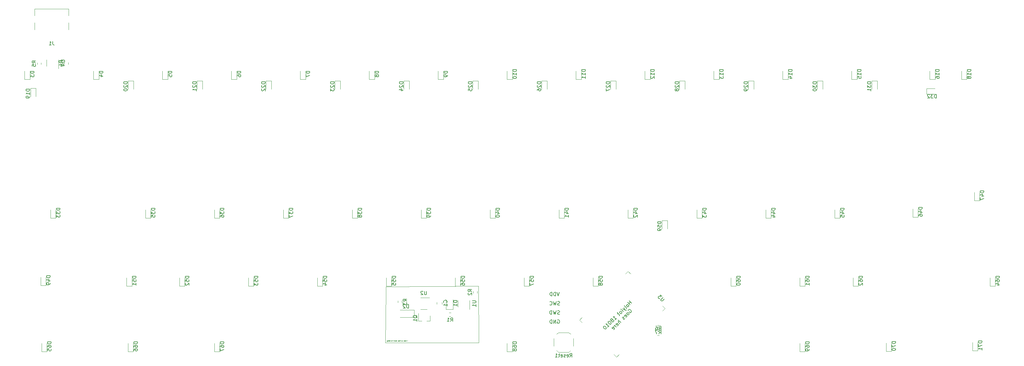
<source format=gbo>
%TF.GenerationSoftware,KiCad,Pcbnew,5.1.10*%
%TF.CreationDate,2021-06-02T14:05:03+02:00*%
%TF.ProjectId,ptm-60nrf,70746d2d-3630-46e7-9266-2e6b69636164,rev?*%
%TF.SameCoordinates,Original*%
%TF.FileFunction,Legend,Bot*%
%TF.FilePolarity,Positive*%
%FSLAX46Y46*%
G04 Gerber Fmt 4.6, Leading zero omitted, Abs format (unit mm)*
G04 Created by KiCad (PCBNEW 5.1.10) date 2021-06-02 14:05:03*
%MOMM*%
%LPD*%
G01*
G04 APERTURE LIST*
%ADD10C,0.150000*%
%ADD11C,0.050000*%
%ADD12C,0.120000*%
G04 APERTURE END LIST*
D10*
X177913333Y-94012380D02*
X177580000Y-95012380D01*
X177246666Y-94012380D01*
X176913333Y-95012380D02*
X176913333Y-94012380D01*
X176675238Y-94012380D01*
X176532380Y-94060000D01*
X176437142Y-94155238D01*
X176389523Y-94250476D01*
X176341904Y-94440952D01*
X176341904Y-94583809D01*
X176389523Y-94774285D01*
X176437142Y-94869523D01*
X176532380Y-94964761D01*
X176675238Y-95012380D01*
X176913333Y-95012380D01*
X175913333Y-95012380D02*
X175913333Y-94012380D01*
X175675238Y-94012380D01*
X175532380Y-94060000D01*
X175437142Y-94155238D01*
X175389523Y-94250476D01*
X175341904Y-94440952D01*
X175341904Y-94583809D01*
X175389523Y-94774285D01*
X175437142Y-94869523D01*
X175532380Y-94964761D01*
X175675238Y-95012380D01*
X175913333Y-95012380D01*
X178017142Y-97524761D02*
X177874285Y-97572380D01*
X177636190Y-97572380D01*
X177540952Y-97524761D01*
X177493333Y-97477142D01*
X177445714Y-97381904D01*
X177445714Y-97286666D01*
X177493333Y-97191428D01*
X177540952Y-97143809D01*
X177636190Y-97096190D01*
X177826666Y-97048571D01*
X177921904Y-97000952D01*
X177969523Y-96953333D01*
X178017142Y-96858095D01*
X178017142Y-96762857D01*
X177969523Y-96667619D01*
X177921904Y-96620000D01*
X177826666Y-96572380D01*
X177588571Y-96572380D01*
X177445714Y-96620000D01*
X177112380Y-96572380D02*
X176874285Y-97572380D01*
X176683809Y-96858095D01*
X176493333Y-97572380D01*
X176255238Y-96572380D01*
X175302857Y-97477142D02*
X175350476Y-97524761D01*
X175493333Y-97572380D01*
X175588571Y-97572380D01*
X175731428Y-97524761D01*
X175826666Y-97429523D01*
X175874285Y-97334285D01*
X175921904Y-97143809D01*
X175921904Y-97000952D01*
X175874285Y-96810476D01*
X175826666Y-96715238D01*
X175731428Y-96620000D01*
X175588571Y-96572380D01*
X175493333Y-96572380D01*
X175350476Y-96620000D01*
X175302857Y-96667619D01*
X177987142Y-100064761D02*
X177844285Y-100112380D01*
X177606190Y-100112380D01*
X177510952Y-100064761D01*
X177463333Y-100017142D01*
X177415714Y-99921904D01*
X177415714Y-99826666D01*
X177463333Y-99731428D01*
X177510952Y-99683809D01*
X177606190Y-99636190D01*
X177796666Y-99588571D01*
X177891904Y-99540952D01*
X177939523Y-99493333D01*
X177987142Y-99398095D01*
X177987142Y-99302857D01*
X177939523Y-99207619D01*
X177891904Y-99160000D01*
X177796666Y-99112380D01*
X177558571Y-99112380D01*
X177415714Y-99160000D01*
X177082380Y-99112380D02*
X176844285Y-100112380D01*
X176653809Y-99398095D01*
X176463333Y-100112380D01*
X176225238Y-99112380D01*
X175844285Y-100112380D02*
X175844285Y-99112380D01*
X175606190Y-99112380D01*
X175463333Y-99160000D01*
X175368095Y-99255238D01*
X175320476Y-99350476D01*
X175272857Y-99540952D01*
X175272857Y-99683809D01*
X175320476Y-99874285D01*
X175368095Y-99969523D01*
X175463333Y-100064761D01*
X175606190Y-100112380D01*
X175844285Y-100112380D01*
X177421904Y-101690000D02*
X177517142Y-101642380D01*
X177660000Y-101642380D01*
X177802857Y-101690000D01*
X177898095Y-101785238D01*
X177945714Y-101880476D01*
X177993333Y-102070952D01*
X177993333Y-102213809D01*
X177945714Y-102404285D01*
X177898095Y-102499523D01*
X177802857Y-102594761D01*
X177660000Y-102642380D01*
X177564761Y-102642380D01*
X177421904Y-102594761D01*
X177374285Y-102547142D01*
X177374285Y-102213809D01*
X177564761Y-102213809D01*
X176945714Y-102642380D02*
X176945714Y-101642380D01*
X176374285Y-102642380D01*
X176374285Y-101642380D01*
X175898095Y-102642380D02*
X175898095Y-101642380D01*
X175660000Y-101642380D01*
X175517142Y-101690000D01*
X175421904Y-101785238D01*
X175374285Y-101880476D01*
X175326666Y-102070952D01*
X175326666Y-102213809D01*
X175374285Y-102404285D01*
X175421904Y-102499523D01*
X175517142Y-102594761D01*
X175660000Y-102642380D01*
X175898095Y-102642380D01*
D11*
X135935238Y-107513095D02*
X135935238Y-107263095D01*
X135625714Y-107513095D02*
X135625714Y-107263095D01*
X135518571Y-107513095D02*
X135518571Y-107382142D01*
X135530476Y-107358333D01*
X135554285Y-107346428D01*
X135590000Y-107346428D01*
X135613809Y-107358333D01*
X135625714Y-107370238D01*
X135292380Y-107513095D02*
X135292380Y-107382142D01*
X135304285Y-107358333D01*
X135328095Y-107346428D01*
X135375714Y-107346428D01*
X135399523Y-107358333D01*
X135292380Y-107501190D02*
X135316190Y-107513095D01*
X135375714Y-107513095D01*
X135399523Y-107501190D01*
X135411428Y-107477380D01*
X135411428Y-107453571D01*
X135399523Y-107429761D01*
X135375714Y-107417857D01*
X135316190Y-107417857D01*
X135292380Y-107405952D01*
X135197142Y-107346428D02*
X135137619Y-107513095D01*
X135078095Y-107346428D01*
X134887619Y-107501190D02*
X134911428Y-107513095D01*
X134959047Y-107513095D01*
X134982857Y-107501190D01*
X134994761Y-107477380D01*
X134994761Y-107382142D01*
X134982857Y-107358333D01*
X134959047Y-107346428D01*
X134911428Y-107346428D01*
X134887619Y-107358333D01*
X134875714Y-107382142D01*
X134875714Y-107405952D01*
X134994761Y-107429761D01*
X134578095Y-107346428D02*
X134578095Y-107513095D01*
X134578095Y-107370238D02*
X134566190Y-107358333D01*
X134542380Y-107346428D01*
X134506666Y-107346428D01*
X134482857Y-107358333D01*
X134470952Y-107382142D01*
X134470952Y-107513095D01*
X134316190Y-107513095D02*
X134340000Y-107501190D01*
X134351904Y-107489285D01*
X134363809Y-107465476D01*
X134363809Y-107394047D01*
X134351904Y-107370238D01*
X134340000Y-107358333D01*
X134316190Y-107346428D01*
X134280476Y-107346428D01*
X134256666Y-107358333D01*
X134244761Y-107370238D01*
X134232857Y-107394047D01*
X134232857Y-107465476D01*
X134244761Y-107489285D01*
X134256666Y-107501190D01*
X134280476Y-107513095D01*
X134316190Y-107513095D01*
X133935238Y-107513095D02*
X133935238Y-107346428D01*
X133935238Y-107263095D02*
X133947142Y-107275000D01*
X133935238Y-107286904D01*
X133923333Y-107275000D01*
X133935238Y-107263095D01*
X133935238Y-107286904D01*
X133709047Y-107513095D02*
X133709047Y-107263095D01*
X133709047Y-107501190D02*
X133732857Y-107513095D01*
X133780476Y-107513095D01*
X133804285Y-107501190D01*
X133816190Y-107489285D01*
X133828095Y-107465476D01*
X133828095Y-107394047D01*
X133816190Y-107370238D01*
X133804285Y-107358333D01*
X133780476Y-107346428D01*
X133732857Y-107346428D01*
X133709047Y-107358333D01*
X133494761Y-107501190D02*
X133518571Y-107513095D01*
X133566190Y-107513095D01*
X133590000Y-107501190D01*
X133601904Y-107477380D01*
X133601904Y-107382142D01*
X133590000Y-107358333D01*
X133566190Y-107346428D01*
X133518571Y-107346428D01*
X133494761Y-107358333D01*
X133482857Y-107382142D01*
X133482857Y-107405952D01*
X133601904Y-107429761D01*
X133268571Y-107513095D02*
X133268571Y-107382142D01*
X133280476Y-107358333D01*
X133304285Y-107346428D01*
X133351904Y-107346428D01*
X133375714Y-107358333D01*
X133268571Y-107501190D02*
X133292380Y-107513095D01*
X133351904Y-107513095D01*
X133375714Y-107501190D01*
X133387619Y-107477380D01*
X133387619Y-107453571D01*
X133375714Y-107429761D01*
X133351904Y-107417857D01*
X133292380Y-107417857D01*
X133268571Y-107405952D01*
X132982857Y-107346428D02*
X132935238Y-107513095D01*
X132887619Y-107394047D01*
X132840000Y-107513095D01*
X132792380Y-107346428D01*
X132697142Y-107513095D02*
X132697142Y-107263095D01*
X132590000Y-107513095D02*
X132590000Y-107382142D01*
X132601904Y-107358333D01*
X132625714Y-107346428D01*
X132661428Y-107346428D01*
X132685238Y-107358333D01*
X132697142Y-107370238D01*
X132363809Y-107513095D02*
X132363809Y-107382142D01*
X132375714Y-107358333D01*
X132399523Y-107346428D01*
X132447142Y-107346428D01*
X132470952Y-107358333D01*
X132363809Y-107501190D02*
X132387619Y-107513095D01*
X132447142Y-107513095D01*
X132470952Y-107501190D01*
X132482857Y-107477380D01*
X132482857Y-107453571D01*
X132470952Y-107429761D01*
X132447142Y-107417857D01*
X132387619Y-107417857D01*
X132363809Y-107405952D01*
X132280476Y-107346428D02*
X132185238Y-107346428D01*
X132244761Y-107263095D02*
X132244761Y-107477380D01*
X132232857Y-107501190D01*
X132209047Y-107513095D01*
X132185238Y-107513095D01*
X131911428Y-107513095D02*
X131911428Y-107263095D01*
X131780476Y-107263095D02*
X131804285Y-107310714D01*
X131673333Y-107513095D02*
X131673333Y-107346428D01*
X131673333Y-107370238D02*
X131661428Y-107358333D01*
X131637619Y-107346428D01*
X131601904Y-107346428D01*
X131578095Y-107358333D01*
X131566190Y-107382142D01*
X131566190Y-107513095D01*
X131566190Y-107382142D02*
X131554285Y-107358333D01*
X131530476Y-107346428D01*
X131494761Y-107346428D01*
X131470952Y-107358333D01*
X131459047Y-107382142D01*
X131459047Y-107513095D01*
X131042380Y-107513095D02*
X131042380Y-107263095D01*
X131042380Y-107501190D02*
X131066190Y-107513095D01*
X131113809Y-107513095D01*
X131137619Y-107501190D01*
X131149523Y-107489285D01*
X131161428Y-107465476D01*
X131161428Y-107394047D01*
X131149523Y-107370238D01*
X131137619Y-107358333D01*
X131113809Y-107346428D01*
X131066190Y-107346428D01*
X131042380Y-107358333D01*
X130887619Y-107513095D02*
X130911428Y-107501190D01*
X130923333Y-107489285D01*
X130935238Y-107465476D01*
X130935238Y-107394047D01*
X130923333Y-107370238D01*
X130911428Y-107358333D01*
X130887619Y-107346428D01*
X130851904Y-107346428D01*
X130828095Y-107358333D01*
X130816190Y-107370238D01*
X130804285Y-107394047D01*
X130804285Y-107465476D01*
X130816190Y-107489285D01*
X130828095Y-107501190D01*
X130851904Y-107513095D01*
X130887619Y-107513095D01*
X130697142Y-107513095D02*
X130697142Y-107346428D01*
X130697142Y-107263095D02*
X130709047Y-107275000D01*
X130697142Y-107286904D01*
X130685238Y-107275000D01*
X130697142Y-107263095D01*
X130697142Y-107286904D01*
X130578095Y-107346428D02*
X130578095Y-107513095D01*
X130578095Y-107370238D02*
X130566190Y-107358333D01*
X130542380Y-107346428D01*
X130506666Y-107346428D01*
X130482857Y-107358333D01*
X130470952Y-107382142D01*
X130470952Y-107513095D01*
X130244761Y-107346428D02*
X130244761Y-107548809D01*
X130256666Y-107572619D01*
X130268571Y-107584523D01*
X130292380Y-107596428D01*
X130328095Y-107596428D01*
X130351904Y-107584523D01*
X130244761Y-107501190D02*
X130268571Y-107513095D01*
X130316190Y-107513095D01*
X130340000Y-107501190D01*
X130351904Y-107489285D01*
X130363809Y-107465476D01*
X130363809Y-107394047D01*
X130351904Y-107370238D01*
X130340000Y-107358333D01*
X130316190Y-107346428D01*
X130268571Y-107346428D01*
X130244761Y-107358333D01*
D12*
X130020000Y-92470000D02*
X130040000Y-93940000D01*
X155590000Y-92350000D02*
X130020000Y-92470000D01*
X155630000Y-108000000D02*
X155590000Y-92350000D01*
X129870000Y-108000000D02*
X155630000Y-108000000D01*
X130040000Y-93940000D02*
X129870000Y-108000000D01*
D10*
X197926231Y-97066805D02*
X197219125Y-96359698D01*
X197555842Y-96696416D02*
X197151781Y-97100477D01*
X197522170Y-97470866D02*
X196815064Y-96763759D01*
X197084438Y-97908599D02*
X197118109Y-97807583D01*
X197118109Y-97740240D01*
X197084438Y-97639225D01*
X196882407Y-97437194D01*
X196781392Y-97403522D01*
X196714048Y-97403522D01*
X196613033Y-97437194D01*
X196512018Y-97538209D01*
X196478346Y-97639225D01*
X196478346Y-97706568D01*
X196512018Y-97807583D01*
X196714048Y-98009614D01*
X196815064Y-98043286D01*
X196882407Y-98043286D01*
X196983422Y-98009614D01*
X197084438Y-97908599D01*
X196444674Y-98548362D02*
X196478346Y-98447347D01*
X196444674Y-98346331D01*
X195838583Y-97740240D01*
X195771239Y-98278988D02*
X196074285Y-98918751D01*
X195434522Y-98615705D02*
X196074285Y-98918751D01*
X196309987Y-99019766D01*
X196377331Y-99019766D01*
X196478346Y-98986095D01*
X195636552Y-99356484D02*
X195165148Y-98885079D01*
X194929446Y-98649377D02*
X194996789Y-98649377D01*
X194996789Y-98716721D01*
X194929446Y-98716721D01*
X194929446Y-98649377D01*
X194996789Y-98716721D01*
X195198820Y-99794217D02*
X195232491Y-99693201D01*
X195232491Y-99625858D01*
X195198820Y-99524843D01*
X194996789Y-99322812D01*
X194895774Y-99289140D01*
X194828430Y-99289140D01*
X194727415Y-99322812D01*
X194626400Y-99423827D01*
X194592728Y-99524843D01*
X194592728Y-99592186D01*
X194626400Y-99693201D01*
X194828430Y-99895232D01*
X194929446Y-99928904D01*
X194996789Y-99928904D01*
X195097804Y-99895232D01*
X195198820Y-99794217D01*
X194289682Y-99760545D02*
X194020308Y-100029919D01*
X193952965Y-99625858D02*
X194559056Y-100231949D01*
X194592728Y-100332965D01*
X194559056Y-100433980D01*
X194491713Y-100501324D01*
X193346873Y-101646163D02*
X193750934Y-101242102D01*
X193548904Y-101444133D02*
X192841797Y-100737026D01*
X193010156Y-100770698D01*
X193144843Y-100770698D01*
X193245858Y-100737026D01*
X192538751Y-101646163D02*
X192572423Y-101545148D01*
X192572423Y-101477804D01*
X192538751Y-101376789D01*
X192505079Y-101343117D01*
X192404064Y-101309446D01*
X192336721Y-101309446D01*
X192235705Y-101343117D01*
X192101018Y-101477804D01*
X192067347Y-101578820D01*
X192067347Y-101646163D01*
X192101018Y-101747178D01*
X192134690Y-101780850D01*
X192235705Y-101814522D01*
X192303049Y-101814522D01*
X192404064Y-101780850D01*
X192538751Y-101646163D01*
X192639766Y-101612491D01*
X192707110Y-101612491D01*
X192808125Y-101646163D01*
X192942812Y-101780850D01*
X192976484Y-101881865D01*
X192976484Y-101949209D01*
X192942812Y-102050224D01*
X192808125Y-102184911D01*
X192707110Y-102218583D01*
X192639766Y-102218583D01*
X192538751Y-102184911D01*
X192404064Y-102050224D01*
X192370392Y-101949209D01*
X192370392Y-101881865D01*
X192404064Y-101780850D01*
X191528599Y-102050224D02*
X191461255Y-102117568D01*
X191427583Y-102218583D01*
X191427583Y-102285926D01*
X191461255Y-102386942D01*
X191562270Y-102555300D01*
X191730629Y-102723659D01*
X191898988Y-102824674D01*
X192000003Y-102858346D01*
X192067347Y-102858346D01*
X192168362Y-102824674D01*
X192235705Y-102757331D01*
X192269377Y-102656316D01*
X192269377Y-102588972D01*
X192235705Y-102487957D01*
X192134690Y-102319598D01*
X191966331Y-102151239D01*
X191797973Y-102050224D01*
X191696957Y-102016552D01*
X191629614Y-102016552D01*
X191528599Y-102050224D01*
X191326568Y-103666468D02*
X191730629Y-103262407D01*
X191528599Y-103464438D02*
X190821492Y-102757331D01*
X190989851Y-102791003D01*
X191124538Y-102791003D01*
X191225553Y-102757331D01*
X190181729Y-103397094D02*
X190114385Y-103464438D01*
X190080713Y-103565453D01*
X190080713Y-103632796D01*
X190114385Y-103733812D01*
X190215400Y-103902170D01*
X190383759Y-104070529D01*
X190552118Y-104171544D01*
X190653133Y-104205216D01*
X190720477Y-104205216D01*
X190821492Y-104171544D01*
X190888835Y-104104201D01*
X190922507Y-104003186D01*
X190922507Y-103935842D01*
X190888835Y-103834827D01*
X190787820Y-103666468D01*
X190619461Y-103498109D01*
X190451103Y-103397094D01*
X190350087Y-103363422D01*
X190282744Y-103363422D01*
X190181729Y-103397094D01*
X196937965Y-99041653D02*
X196971637Y-98940638D01*
X197072652Y-98839622D01*
X197207339Y-98772279D01*
X197342026Y-98772279D01*
X197443042Y-98805951D01*
X197611400Y-98906966D01*
X197712416Y-99007981D01*
X197813431Y-99176340D01*
X197847103Y-99277355D01*
X197847103Y-99412042D01*
X197779759Y-99546729D01*
X197712416Y-99614073D01*
X197577729Y-99681416D01*
X197510385Y-99681416D01*
X197274683Y-99445714D01*
X197409370Y-99311027D01*
X197173668Y-100152821D02*
X197207339Y-100051805D01*
X197207339Y-99984462D01*
X197173668Y-99883447D01*
X196971637Y-99681416D01*
X196870622Y-99647744D01*
X196803278Y-99647744D01*
X196702263Y-99681416D01*
X196601248Y-99782431D01*
X196567576Y-99883447D01*
X196567576Y-99950790D01*
X196601248Y-100051805D01*
X196803278Y-100253836D01*
X196904294Y-100287508D01*
X196971637Y-100287508D01*
X197072652Y-100253836D01*
X197173668Y-100152821D01*
X196331874Y-100927271D02*
X196432889Y-100893599D01*
X196567576Y-100758912D01*
X196601248Y-100657897D01*
X196567576Y-100556882D01*
X196298202Y-100287508D01*
X196197187Y-100253836D01*
X196096172Y-100287508D01*
X195961485Y-100422195D01*
X195927813Y-100523210D01*
X195961485Y-100624225D01*
X196028828Y-100691569D01*
X196432889Y-100422195D01*
X196028828Y-101230317D02*
X195995156Y-101331332D01*
X195860469Y-101466019D01*
X195759454Y-101499691D01*
X195658439Y-101466019D01*
X195624767Y-101432347D01*
X195591095Y-101331332D01*
X195624767Y-101230317D01*
X195725782Y-101129301D01*
X195759454Y-101028286D01*
X195725782Y-100927271D01*
X195692111Y-100893599D01*
X195591095Y-100859927D01*
X195490080Y-100893599D01*
X195389065Y-100994614D01*
X195355393Y-101095630D01*
X194917660Y-102408828D02*
X194210553Y-101701721D01*
X194614614Y-102711874D02*
X194244225Y-102341485D01*
X194210553Y-102240469D01*
X194244225Y-102139454D01*
X194345240Y-102038439D01*
X194446256Y-102004767D01*
X194513599Y-102004767D01*
X193974851Y-103284294D02*
X194075866Y-103250622D01*
X194210553Y-103115935D01*
X194244225Y-103014920D01*
X194210553Y-102913904D01*
X193941179Y-102644530D01*
X193840164Y-102610859D01*
X193739149Y-102644530D01*
X193604462Y-102779217D01*
X193570790Y-102880233D01*
X193604462Y-102981248D01*
X193671805Y-103048591D01*
X194075866Y-102779217D01*
X193671805Y-103654683D02*
X193200401Y-103183278D01*
X193335088Y-103317965D02*
X193234073Y-103284294D01*
X193166729Y-103284294D01*
X193065714Y-103317965D01*
X192998370Y-103385309D01*
X192931027Y-104328118D02*
X193032042Y-104294446D01*
X193166729Y-104159759D01*
X193200401Y-104058744D01*
X193166729Y-103957729D01*
X192897355Y-103688355D01*
X192796340Y-103654683D01*
X192695325Y-103688355D01*
X192560638Y-103823042D01*
X192526966Y-103924057D01*
X192560638Y-104025072D01*
X192627981Y-104092416D01*
X193032042Y-103823042D01*
D12*
%TO.C,D28*%
X212625000Y-35595000D02*
X212625000Y-37880000D01*
X211155000Y-35595000D02*
X212625000Y-35595000D01*
X211155000Y-37880000D02*
X211155000Y-35595000D01*
%TO.C,Reset1*%
X180580000Y-105150000D02*
X181070000Y-105640000D01*
X177680000Y-105150000D02*
X180580000Y-105150000D01*
X177680000Y-105150000D02*
X177190000Y-105640000D01*
X177680000Y-110590000D02*
X180580000Y-110590000D01*
X177680000Y-110590000D02*
X177190000Y-110100000D01*
X181850000Y-106830000D02*
X181850000Y-108910000D01*
X180580000Y-110590000D02*
X181070000Y-110100000D01*
X176410000Y-106830000D02*
X176410000Y-108910000D01*
%TO.C,D71*%
X292127000Y-110197000D02*
X292127000Y-107912000D01*
X293597000Y-110197000D02*
X292127000Y-110197000D01*
X293597000Y-107912000D02*
X293597000Y-110197000D01*
%TO.C,D70*%
X268251000Y-110324000D02*
X268251000Y-108039000D01*
X269721000Y-110324000D02*
X268251000Y-110324000D01*
X269721000Y-108039000D02*
X269721000Y-110324000D01*
%TO.C,D69*%
X244375000Y-110451000D02*
X244375000Y-108166000D01*
X245845000Y-110451000D02*
X244375000Y-110451000D01*
X245845000Y-108166000D02*
X245845000Y-110451000D01*
%TO.C,D68*%
X163476000Y-110451000D02*
X163476000Y-108166000D01*
X164946000Y-110451000D02*
X163476000Y-110451000D01*
X164946000Y-108166000D02*
X164946000Y-110451000D01*
%TO.C,D67*%
X82577000Y-110451000D02*
X82577000Y-108166000D01*
X84047000Y-110451000D02*
X82577000Y-110451000D01*
X84047000Y-108166000D02*
X84047000Y-110451000D01*
%TO.C,D66*%
X58701000Y-110451000D02*
X58701000Y-108166000D01*
X60171000Y-110451000D02*
X58701000Y-110451000D01*
X60171000Y-108166000D02*
X60171000Y-110451000D01*
%TO.C,D65*%
X34825000Y-110451000D02*
X34825000Y-108166000D01*
X36295000Y-110451000D02*
X34825000Y-110451000D01*
X36295000Y-108166000D02*
X36295000Y-110451000D01*
%TO.C,D64*%
X296953000Y-92290000D02*
X296953000Y-90005000D01*
X298423000Y-92290000D02*
X296953000Y-92290000D01*
X298423000Y-90005000D02*
X298423000Y-92290000D01*
%TO.C,D62*%
X259107000Y-92290000D02*
X259107000Y-90005000D01*
X260577000Y-92290000D02*
X259107000Y-92290000D01*
X260577000Y-90005000D02*
X260577000Y-92290000D01*
%TO.C,D61*%
X244375000Y-92290000D02*
X244375000Y-90005000D01*
X245845000Y-92290000D02*
X244375000Y-92290000D01*
X245845000Y-90005000D02*
X245845000Y-92290000D01*
%TO.C,D60*%
X225325000Y-92290000D02*
X225325000Y-90005000D01*
X226795000Y-92290000D02*
X225325000Y-92290000D01*
X226795000Y-90005000D02*
X226795000Y-92290000D01*
%TO.C,D59*%
X207785000Y-74225000D02*
X207785000Y-76510000D01*
X206315000Y-74225000D02*
X207785000Y-74225000D01*
X206315000Y-76510000D02*
X206315000Y-74225000D01*
%TO.C,D58*%
X187225000Y-92290000D02*
X187225000Y-90005000D01*
X188695000Y-92290000D02*
X187225000Y-92290000D01*
X188695000Y-90005000D02*
X188695000Y-92290000D01*
%TO.C,D57*%
X168175000Y-92290000D02*
X168175000Y-90005000D01*
X169645000Y-92290000D02*
X168175000Y-92290000D01*
X169645000Y-90005000D02*
X169645000Y-92290000D01*
%TO.C,D56*%
X149125000Y-92290000D02*
X149125000Y-90005000D01*
X150595000Y-92290000D02*
X149125000Y-92290000D01*
X150595000Y-90005000D02*
X150595000Y-92290000D01*
%TO.C,D55*%
X130075000Y-92290000D02*
X130075000Y-90005000D01*
X131545000Y-92290000D02*
X130075000Y-92290000D01*
X131545000Y-90005000D02*
X131545000Y-92290000D01*
%TO.C,D54*%
X111025000Y-92290000D02*
X111025000Y-90005000D01*
X112495000Y-92290000D02*
X111025000Y-92290000D01*
X112495000Y-90005000D02*
X112495000Y-92290000D01*
%TO.C,D53*%
X91975000Y-92290000D02*
X91975000Y-90005000D01*
X93445000Y-92290000D02*
X91975000Y-92290000D01*
X93445000Y-90005000D02*
X93445000Y-92290000D01*
%TO.C,D52*%
X72925000Y-92290000D02*
X72925000Y-90005000D01*
X74395000Y-92290000D02*
X72925000Y-92290000D01*
X74395000Y-90005000D02*
X74395000Y-92290000D01*
%TO.C,D51*%
X58320000Y-92290000D02*
X58320000Y-90005000D01*
X59790000Y-92290000D02*
X58320000Y-92290000D01*
X59790000Y-90005000D02*
X59790000Y-92290000D01*
%TO.C,D49*%
X34571000Y-92163000D02*
X34571000Y-89878000D01*
X36041000Y-92163000D02*
X34571000Y-92163000D01*
X36041000Y-89878000D02*
X36041000Y-92163000D01*
%TO.C,D47*%
X292635000Y-68668000D02*
X292635000Y-66383000D01*
X294105000Y-68668000D02*
X292635000Y-68668000D01*
X294105000Y-66383000D02*
X294105000Y-68668000D01*
%TO.C,D46*%
X275617000Y-73240000D02*
X275617000Y-70955000D01*
X277087000Y-73240000D02*
X275617000Y-73240000D01*
X277087000Y-70955000D02*
X277087000Y-73240000D01*
%TO.C,D45*%
X254027000Y-73495000D02*
X254027000Y-71210000D01*
X255497000Y-73495000D02*
X254027000Y-73495000D01*
X255497000Y-71210000D02*
X255497000Y-73495000D01*
%TO.C,D44*%
X234977000Y-73495000D02*
X234977000Y-71210000D01*
X236447000Y-73495000D02*
X234977000Y-73495000D01*
X236447000Y-71210000D02*
X236447000Y-73495000D01*
%TO.C,D43*%
X215927000Y-73495000D02*
X215927000Y-71210000D01*
X217397000Y-73495000D02*
X215927000Y-73495000D01*
X217397000Y-71210000D02*
X217397000Y-73495000D01*
%TO.C,D42*%
X196877000Y-73495000D02*
X196877000Y-71210000D01*
X198347000Y-73495000D02*
X196877000Y-73495000D01*
X198347000Y-71210000D02*
X198347000Y-73495000D01*
%TO.C,D41*%
X177827000Y-73495000D02*
X177827000Y-71210000D01*
X179297000Y-73495000D02*
X177827000Y-73495000D01*
X179297000Y-71210000D02*
X179297000Y-73495000D01*
%TO.C,D40*%
X158777000Y-73495000D02*
X158777000Y-71210000D01*
X160247000Y-73495000D02*
X158777000Y-73495000D01*
X160247000Y-71210000D02*
X160247000Y-73495000D01*
%TO.C,D39*%
X139727000Y-73495000D02*
X139727000Y-71210000D01*
X141197000Y-73495000D02*
X139727000Y-73495000D01*
X141197000Y-71210000D02*
X141197000Y-73495000D01*
%TO.C,D38*%
X120677000Y-73495000D02*
X120677000Y-71210000D01*
X122147000Y-73495000D02*
X120677000Y-73495000D01*
X122147000Y-71210000D02*
X122147000Y-73495000D01*
%TO.C,D37*%
X101627000Y-73495000D02*
X101627000Y-71210000D01*
X103097000Y-73495000D02*
X101627000Y-73495000D01*
X103097000Y-71210000D02*
X103097000Y-73495000D01*
%TO.C,D36*%
X82577000Y-73495000D02*
X82577000Y-71210000D01*
X84047000Y-73495000D02*
X82577000Y-73495000D01*
X84047000Y-71210000D02*
X84047000Y-73495000D01*
%TO.C,D35*%
X63527000Y-73495000D02*
X63527000Y-71210000D01*
X64997000Y-73495000D02*
X63527000Y-73495000D01*
X64997000Y-71210000D02*
X64997000Y-73495000D01*
%TO.C,D33*%
X37295000Y-73475000D02*
X37295000Y-71190000D01*
X38765000Y-73475000D02*
X37295000Y-73475000D01*
X38765000Y-71190000D02*
X38765000Y-73475000D01*
%TO.C,D32*%
X281750000Y-39195000D02*
X279465000Y-39195000D01*
X279465000Y-39195000D02*
X279465000Y-37725000D01*
X279465000Y-37725000D02*
X281750000Y-37725000D01*
%TO.C,D31*%
X264305000Y-37880000D02*
X264305000Y-35595000D01*
X264305000Y-35595000D02*
X265775000Y-35595000D01*
X265775000Y-35595000D02*
X265775000Y-37880000D01*
%TO.C,D30*%
X249255000Y-37880000D02*
X249255000Y-35595000D01*
X249255000Y-35595000D02*
X250725000Y-35595000D01*
X250725000Y-35595000D02*
X250725000Y-37880000D01*
%TO.C,D29*%
X231675000Y-35595000D02*
X231675000Y-37880000D01*
X230205000Y-35595000D02*
X231675000Y-35595000D01*
X230205000Y-37880000D02*
X230205000Y-35595000D01*
%TO.C,D27*%
X193575000Y-35595000D02*
X193575000Y-37880000D01*
X192105000Y-35595000D02*
X193575000Y-35595000D01*
X192105000Y-37880000D02*
X192105000Y-35595000D01*
%TO.C,D26*%
X174525000Y-35595000D02*
X174525000Y-37880000D01*
X173055000Y-35595000D02*
X174525000Y-35595000D01*
X173055000Y-37880000D02*
X173055000Y-35595000D01*
%TO.C,D25*%
X155475000Y-35595000D02*
X155475000Y-37880000D01*
X154005000Y-35595000D02*
X155475000Y-35595000D01*
X154005000Y-37880000D02*
X154005000Y-35595000D01*
%TO.C,D24*%
X136425000Y-35595000D02*
X136425000Y-37880000D01*
X134955000Y-35595000D02*
X136425000Y-35595000D01*
X134955000Y-37880000D02*
X134955000Y-35595000D01*
%TO.C,D23*%
X117375000Y-35595000D02*
X117375000Y-37880000D01*
X115905000Y-35595000D02*
X117375000Y-35595000D01*
X115905000Y-37880000D02*
X115905000Y-35595000D01*
%TO.C,D22*%
X98325000Y-35595000D02*
X98325000Y-37880000D01*
X96855000Y-35595000D02*
X98325000Y-35595000D01*
X96855000Y-37880000D02*
X96855000Y-35595000D01*
%TO.C,D21*%
X79275000Y-35595000D02*
X79275000Y-37880000D01*
X77805000Y-35595000D02*
X79275000Y-35595000D01*
X77805000Y-37880000D02*
X77805000Y-35595000D01*
%TO.C,D20*%
X60225000Y-35595000D02*
X60225000Y-37880000D01*
X58755000Y-35595000D02*
X60225000Y-35595000D01*
X58755000Y-37880000D02*
X58755000Y-35595000D01*
%TO.C,D19*%
X33225000Y-37605000D02*
X33225000Y-39890000D01*
X31755000Y-37605000D02*
X33225000Y-37605000D01*
X31755000Y-39890000D02*
X31755000Y-37605000D01*
%TO.C,D18*%
X289079000Y-35140000D02*
X289079000Y-32855000D01*
X290549000Y-35140000D02*
X289079000Y-35140000D01*
X290549000Y-32855000D02*
X290549000Y-35140000D01*
%TO.C,D16*%
X280316000Y-35140000D02*
X280316000Y-32855000D01*
X281786000Y-35140000D02*
X280316000Y-35140000D01*
X281786000Y-32855000D02*
X281786000Y-35140000D01*
%TO.C,D15*%
X258726000Y-35140000D02*
X258726000Y-32855000D01*
X260196000Y-35140000D02*
X258726000Y-35140000D01*
X260196000Y-32855000D02*
X260196000Y-35140000D01*
%TO.C,D14*%
X239676000Y-35140000D02*
X239676000Y-32855000D01*
X241146000Y-35140000D02*
X239676000Y-35140000D01*
X241146000Y-32855000D02*
X241146000Y-35140000D01*
%TO.C,D13*%
X220626000Y-35140000D02*
X220626000Y-32855000D01*
X222096000Y-35140000D02*
X220626000Y-35140000D01*
X222096000Y-32855000D02*
X222096000Y-35140000D01*
%TO.C,D12*%
X201576000Y-35140000D02*
X201576000Y-32855000D01*
X203046000Y-35140000D02*
X201576000Y-35140000D01*
X203046000Y-32855000D02*
X203046000Y-35140000D01*
%TO.C,D11*%
X182526000Y-35140000D02*
X182526000Y-32855000D01*
X183996000Y-35140000D02*
X182526000Y-35140000D01*
X183996000Y-32855000D02*
X183996000Y-35140000D01*
%TO.C,D10*%
X163476000Y-35140000D02*
X163476000Y-32855000D01*
X164946000Y-35140000D02*
X163476000Y-35140000D01*
X164946000Y-32855000D02*
X164946000Y-35140000D01*
%TO.C,D9*%
X144426000Y-35140000D02*
X144426000Y-32855000D01*
X145896000Y-35140000D02*
X144426000Y-35140000D01*
X145896000Y-32855000D02*
X145896000Y-35140000D01*
%TO.C,D8*%
X125376000Y-35140000D02*
X125376000Y-32855000D01*
X126846000Y-35140000D02*
X125376000Y-35140000D01*
X126846000Y-32855000D02*
X126846000Y-35140000D01*
%TO.C,D7*%
X106326000Y-35140000D02*
X106326000Y-32855000D01*
X107796000Y-35140000D02*
X106326000Y-35140000D01*
X107796000Y-32855000D02*
X107796000Y-35140000D01*
%TO.C,D6*%
X87276000Y-35140000D02*
X87276000Y-32855000D01*
X88746000Y-35140000D02*
X87276000Y-35140000D01*
X88746000Y-32855000D02*
X88746000Y-35140000D01*
%TO.C,D5*%
X68226000Y-35140000D02*
X68226000Y-32855000D01*
X69696000Y-35140000D02*
X68226000Y-35140000D01*
X69696000Y-32855000D02*
X69696000Y-35140000D01*
%TO.C,D4*%
X49176000Y-35140000D02*
X49176000Y-32855000D01*
X50646000Y-35140000D02*
X49176000Y-35140000D01*
X50646000Y-32855000D02*
X50646000Y-35140000D01*
%TO.C,D3*%
X30126000Y-35140000D02*
X30126000Y-32855000D01*
X31596000Y-35140000D02*
X30126000Y-35140000D01*
X31596000Y-32855000D02*
X31596000Y-35140000D01*
%TO.C,R7*%
X205042742Y-104182500D02*
X205517258Y-104182500D01*
X205042742Y-103137500D02*
X205517258Y-103137500D01*
%TO.C,R6*%
X205537258Y-104857500D02*
X205062742Y-104857500D01*
X205537258Y-105902500D02*
X205062742Y-105902500D01*
%TO.C,R5*%
X33640500Y-30560742D02*
X33640500Y-31035258D01*
X34685500Y-30560742D02*
X34685500Y-31035258D01*
%TO.C,R4*%
X41133500Y-30496742D02*
X41133500Y-30971258D01*
X42178500Y-30496742D02*
X42178500Y-30971258D01*
%TO.C,R3*%
X134380500Y-96884258D02*
X134380500Y-96409742D01*
X133335500Y-96884258D02*
X133335500Y-96409742D01*
%TO.C,R2*%
X154163500Y-93742742D02*
X154163500Y-94217258D01*
X155208500Y-93742742D02*
X155208500Y-94217258D01*
%TO.C,R1*%
X147463742Y-100725500D02*
X147938258Y-100725500D01*
X147463742Y-99680500D02*
X147938258Y-99680500D01*
%TO.C,U4*%
X36236000Y-31507000D02*
X36236000Y-29707000D01*
X39456000Y-29707000D02*
X39456000Y-32157000D01*
%TO.C,U3*%
X207170039Y-98485010D02*
X206462932Y-97777903D01*
X207170039Y-98485010D02*
X206462932Y-99192117D01*
X197624097Y-88939068D02*
X196916990Y-88231961D01*
X196916990Y-88231961D02*
X196209883Y-88939068D01*
X194442117Y-111212932D02*
X193735010Y-111920039D01*
X184189068Y-100959883D02*
X183481961Y-101666990D01*
X184189068Y-102374097D02*
X183481961Y-101666990D01*
X193027903Y-111212932D02*
X193735010Y-111920039D01*
%TO.C,U2*%
X141362000Y-98765000D02*
X139562000Y-98765000D01*
X139562000Y-95545000D02*
X142012000Y-95545000D01*
%TO.C,U1*%
X149901000Y-98055000D02*
X149901000Y-96255000D01*
X153121000Y-96255000D02*
X153121000Y-98705000D01*
%TO.C,Q1*%
X142169000Y-101979000D02*
X141239000Y-101979000D01*
X139009000Y-101979000D02*
X139939000Y-101979000D01*
X139009000Y-101979000D02*
X139009000Y-99819000D01*
X142169000Y-101979000D02*
X142169000Y-100519000D01*
%TO.C,J1*%
X32892000Y-17558000D02*
X32892000Y-15658000D01*
X32892000Y-21458000D02*
X32892000Y-19458000D01*
X42292000Y-17558000D02*
X42292000Y-15658000D01*
X42292000Y-21458000D02*
X42292000Y-19458000D01*
X32892000Y-15658000D02*
X42292000Y-15658000D01*
%TO.C,D2*%
X137759000Y-98949000D02*
X137759000Y-100949000D01*
X137759000Y-100949000D02*
X133859000Y-100949000D01*
X137759000Y-98949000D02*
X133859000Y-98949000D01*
%TO.C,D1*%
X148534000Y-96028000D02*
X148534000Y-98713000D01*
X148534000Y-98713000D02*
X146614000Y-98713000D01*
X146614000Y-98713000D02*
X146614000Y-96028000D01*
%TO.C,C1*%
X145515000Y-97289252D02*
X145515000Y-96766748D01*
X144045000Y-97289252D02*
X144045000Y-96766748D01*
%TO.C,D28*%
D10*
X210912380Y-35865714D02*
X209912380Y-35865714D01*
X209912380Y-36103809D01*
X209960000Y-36246666D01*
X210055238Y-36341904D01*
X210150476Y-36389523D01*
X210340952Y-36437142D01*
X210483809Y-36437142D01*
X210674285Y-36389523D01*
X210769523Y-36341904D01*
X210864761Y-36246666D01*
X210912380Y-36103809D01*
X210912380Y-35865714D01*
X210007619Y-36818095D02*
X209960000Y-36865714D01*
X209912380Y-36960952D01*
X209912380Y-37199047D01*
X209960000Y-37294285D01*
X210007619Y-37341904D01*
X210102857Y-37389523D01*
X210198095Y-37389523D01*
X210340952Y-37341904D01*
X210912380Y-36770476D01*
X210912380Y-37389523D01*
X210340952Y-37960952D02*
X210293333Y-37865714D01*
X210245714Y-37818095D01*
X210150476Y-37770476D01*
X210102857Y-37770476D01*
X210007619Y-37818095D01*
X209960000Y-37865714D01*
X209912380Y-37960952D01*
X209912380Y-38151428D01*
X209960000Y-38246666D01*
X210007619Y-38294285D01*
X210102857Y-38341904D01*
X210150476Y-38341904D01*
X210245714Y-38294285D01*
X210293333Y-38246666D01*
X210340952Y-38151428D01*
X210340952Y-37960952D01*
X210388571Y-37865714D01*
X210436190Y-37818095D01*
X210531428Y-37770476D01*
X210721904Y-37770476D01*
X210817142Y-37818095D01*
X210864761Y-37865714D01*
X210912380Y-37960952D01*
X210912380Y-38151428D01*
X210864761Y-38246666D01*
X210817142Y-38294285D01*
X210721904Y-38341904D01*
X210531428Y-38341904D01*
X210436190Y-38294285D01*
X210388571Y-38246666D01*
X210340952Y-38151428D01*
%TO.C,Reset1*%
X180844285Y-111922380D02*
X181177619Y-111446190D01*
X181415714Y-111922380D02*
X181415714Y-110922380D01*
X181034761Y-110922380D01*
X180939523Y-110970000D01*
X180891904Y-111017619D01*
X180844285Y-111112857D01*
X180844285Y-111255714D01*
X180891904Y-111350952D01*
X180939523Y-111398571D01*
X181034761Y-111446190D01*
X181415714Y-111446190D01*
X180034761Y-111874761D02*
X180130000Y-111922380D01*
X180320476Y-111922380D01*
X180415714Y-111874761D01*
X180463333Y-111779523D01*
X180463333Y-111398571D01*
X180415714Y-111303333D01*
X180320476Y-111255714D01*
X180130000Y-111255714D01*
X180034761Y-111303333D01*
X179987142Y-111398571D01*
X179987142Y-111493809D01*
X180463333Y-111589047D01*
X179606190Y-111874761D02*
X179510952Y-111922380D01*
X179320476Y-111922380D01*
X179225238Y-111874761D01*
X179177619Y-111779523D01*
X179177619Y-111731904D01*
X179225238Y-111636666D01*
X179320476Y-111589047D01*
X179463333Y-111589047D01*
X179558571Y-111541428D01*
X179606190Y-111446190D01*
X179606190Y-111398571D01*
X179558571Y-111303333D01*
X179463333Y-111255714D01*
X179320476Y-111255714D01*
X179225238Y-111303333D01*
X178368095Y-111874761D02*
X178463333Y-111922380D01*
X178653809Y-111922380D01*
X178749047Y-111874761D01*
X178796666Y-111779523D01*
X178796666Y-111398571D01*
X178749047Y-111303333D01*
X178653809Y-111255714D01*
X178463333Y-111255714D01*
X178368095Y-111303333D01*
X178320476Y-111398571D01*
X178320476Y-111493809D01*
X178796666Y-111589047D01*
X178034761Y-111255714D02*
X177653809Y-111255714D01*
X177891904Y-110922380D02*
X177891904Y-111779523D01*
X177844285Y-111874761D01*
X177749047Y-111922380D01*
X177653809Y-111922380D01*
X176796666Y-111922380D02*
X177368095Y-111922380D01*
X177082380Y-111922380D02*
X177082380Y-110922380D01*
X177177619Y-111065238D01*
X177272857Y-111160476D01*
X177368095Y-111208095D01*
%TO.C,D71*%
X294744380Y-107497714D02*
X293744380Y-107497714D01*
X293744380Y-107735809D01*
X293792000Y-107878666D01*
X293887238Y-107973904D01*
X293982476Y-108021523D01*
X294172952Y-108069142D01*
X294315809Y-108069142D01*
X294506285Y-108021523D01*
X294601523Y-107973904D01*
X294696761Y-107878666D01*
X294744380Y-107735809D01*
X294744380Y-107497714D01*
X293744380Y-108402476D02*
X293744380Y-109069142D01*
X294744380Y-108640571D01*
X294744380Y-109973904D02*
X294744380Y-109402476D01*
X294744380Y-109688190D02*
X293744380Y-109688190D01*
X293887238Y-109592952D01*
X293982476Y-109497714D01*
X294030095Y-109402476D01*
%TO.C,D70*%
X270868380Y-107624714D02*
X269868380Y-107624714D01*
X269868380Y-107862809D01*
X269916000Y-108005666D01*
X270011238Y-108100904D01*
X270106476Y-108148523D01*
X270296952Y-108196142D01*
X270439809Y-108196142D01*
X270630285Y-108148523D01*
X270725523Y-108100904D01*
X270820761Y-108005666D01*
X270868380Y-107862809D01*
X270868380Y-107624714D01*
X269868380Y-108529476D02*
X269868380Y-109196142D01*
X270868380Y-108767571D01*
X269868380Y-109767571D02*
X269868380Y-109862809D01*
X269916000Y-109958047D01*
X269963619Y-110005666D01*
X270058857Y-110053285D01*
X270249333Y-110100904D01*
X270487428Y-110100904D01*
X270677904Y-110053285D01*
X270773142Y-110005666D01*
X270820761Y-109958047D01*
X270868380Y-109862809D01*
X270868380Y-109767571D01*
X270820761Y-109672333D01*
X270773142Y-109624714D01*
X270677904Y-109577095D01*
X270487428Y-109529476D01*
X270249333Y-109529476D01*
X270058857Y-109577095D01*
X269963619Y-109624714D01*
X269916000Y-109672333D01*
X269868380Y-109767571D01*
%TO.C,D69*%
X246992380Y-107751714D02*
X245992380Y-107751714D01*
X245992380Y-107989809D01*
X246040000Y-108132666D01*
X246135238Y-108227904D01*
X246230476Y-108275523D01*
X246420952Y-108323142D01*
X246563809Y-108323142D01*
X246754285Y-108275523D01*
X246849523Y-108227904D01*
X246944761Y-108132666D01*
X246992380Y-107989809D01*
X246992380Y-107751714D01*
X245992380Y-109180285D02*
X245992380Y-108989809D01*
X246040000Y-108894571D01*
X246087619Y-108846952D01*
X246230476Y-108751714D01*
X246420952Y-108704095D01*
X246801904Y-108704095D01*
X246897142Y-108751714D01*
X246944761Y-108799333D01*
X246992380Y-108894571D01*
X246992380Y-109085047D01*
X246944761Y-109180285D01*
X246897142Y-109227904D01*
X246801904Y-109275523D01*
X246563809Y-109275523D01*
X246468571Y-109227904D01*
X246420952Y-109180285D01*
X246373333Y-109085047D01*
X246373333Y-108894571D01*
X246420952Y-108799333D01*
X246468571Y-108751714D01*
X246563809Y-108704095D01*
X246992380Y-109751714D02*
X246992380Y-109942190D01*
X246944761Y-110037428D01*
X246897142Y-110085047D01*
X246754285Y-110180285D01*
X246563809Y-110227904D01*
X246182857Y-110227904D01*
X246087619Y-110180285D01*
X246040000Y-110132666D01*
X245992380Y-110037428D01*
X245992380Y-109846952D01*
X246040000Y-109751714D01*
X246087619Y-109704095D01*
X246182857Y-109656476D01*
X246420952Y-109656476D01*
X246516190Y-109704095D01*
X246563809Y-109751714D01*
X246611428Y-109846952D01*
X246611428Y-110037428D01*
X246563809Y-110132666D01*
X246516190Y-110180285D01*
X246420952Y-110227904D01*
%TO.C,D68*%
X166093380Y-107751714D02*
X165093380Y-107751714D01*
X165093380Y-107989809D01*
X165141000Y-108132666D01*
X165236238Y-108227904D01*
X165331476Y-108275523D01*
X165521952Y-108323142D01*
X165664809Y-108323142D01*
X165855285Y-108275523D01*
X165950523Y-108227904D01*
X166045761Y-108132666D01*
X166093380Y-107989809D01*
X166093380Y-107751714D01*
X165093380Y-109180285D02*
X165093380Y-108989809D01*
X165141000Y-108894571D01*
X165188619Y-108846952D01*
X165331476Y-108751714D01*
X165521952Y-108704095D01*
X165902904Y-108704095D01*
X165998142Y-108751714D01*
X166045761Y-108799333D01*
X166093380Y-108894571D01*
X166093380Y-109085047D01*
X166045761Y-109180285D01*
X165998142Y-109227904D01*
X165902904Y-109275523D01*
X165664809Y-109275523D01*
X165569571Y-109227904D01*
X165521952Y-109180285D01*
X165474333Y-109085047D01*
X165474333Y-108894571D01*
X165521952Y-108799333D01*
X165569571Y-108751714D01*
X165664809Y-108704095D01*
X165521952Y-109846952D02*
X165474333Y-109751714D01*
X165426714Y-109704095D01*
X165331476Y-109656476D01*
X165283857Y-109656476D01*
X165188619Y-109704095D01*
X165141000Y-109751714D01*
X165093380Y-109846952D01*
X165093380Y-110037428D01*
X165141000Y-110132666D01*
X165188619Y-110180285D01*
X165283857Y-110227904D01*
X165331476Y-110227904D01*
X165426714Y-110180285D01*
X165474333Y-110132666D01*
X165521952Y-110037428D01*
X165521952Y-109846952D01*
X165569571Y-109751714D01*
X165617190Y-109704095D01*
X165712428Y-109656476D01*
X165902904Y-109656476D01*
X165998142Y-109704095D01*
X166045761Y-109751714D01*
X166093380Y-109846952D01*
X166093380Y-110037428D01*
X166045761Y-110132666D01*
X165998142Y-110180285D01*
X165902904Y-110227904D01*
X165712428Y-110227904D01*
X165617190Y-110180285D01*
X165569571Y-110132666D01*
X165521952Y-110037428D01*
%TO.C,D67*%
X85194380Y-107751714D02*
X84194380Y-107751714D01*
X84194380Y-107989809D01*
X84242000Y-108132666D01*
X84337238Y-108227904D01*
X84432476Y-108275523D01*
X84622952Y-108323142D01*
X84765809Y-108323142D01*
X84956285Y-108275523D01*
X85051523Y-108227904D01*
X85146761Y-108132666D01*
X85194380Y-107989809D01*
X85194380Y-107751714D01*
X84194380Y-109180285D02*
X84194380Y-108989809D01*
X84242000Y-108894571D01*
X84289619Y-108846952D01*
X84432476Y-108751714D01*
X84622952Y-108704095D01*
X85003904Y-108704095D01*
X85099142Y-108751714D01*
X85146761Y-108799333D01*
X85194380Y-108894571D01*
X85194380Y-109085047D01*
X85146761Y-109180285D01*
X85099142Y-109227904D01*
X85003904Y-109275523D01*
X84765809Y-109275523D01*
X84670571Y-109227904D01*
X84622952Y-109180285D01*
X84575333Y-109085047D01*
X84575333Y-108894571D01*
X84622952Y-108799333D01*
X84670571Y-108751714D01*
X84765809Y-108704095D01*
X84194380Y-109608857D02*
X84194380Y-110275523D01*
X85194380Y-109846952D01*
%TO.C,D66*%
X61318380Y-107751714D02*
X60318380Y-107751714D01*
X60318380Y-107989809D01*
X60366000Y-108132666D01*
X60461238Y-108227904D01*
X60556476Y-108275523D01*
X60746952Y-108323142D01*
X60889809Y-108323142D01*
X61080285Y-108275523D01*
X61175523Y-108227904D01*
X61270761Y-108132666D01*
X61318380Y-107989809D01*
X61318380Y-107751714D01*
X60318380Y-109180285D02*
X60318380Y-108989809D01*
X60366000Y-108894571D01*
X60413619Y-108846952D01*
X60556476Y-108751714D01*
X60746952Y-108704095D01*
X61127904Y-108704095D01*
X61223142Y-108751714D01*
X61270761Y-108799333D01*
X61318380Y-108894571D01*
X61318380Y-109085047D01*
X61270761Y-109180285D01*
X61223142Y-109227904D01*
X61127904Y-109275523D01*
X60889809Y-109275523D01*
X60794571Y-109227904D01*
X60746952Y-109180285D01*
X60699333Y-109085047D01*
X60699333Y-108894571D01*
X60746952Y-108799333D01*
X60794571Y-108751714D01*
X60889809Y-108704095D01*
X60318380Y-110132666D02*
X60318380Y-109942190D01*
X60366000Y-109846952D01*
X60413619Y-109799333D01*
X60556476Y-109704095D01*
X60746952Y-109656476D01*
X61127904Y-109656476D01*
X61223142Y-109704095D01*
X61270761Y-109751714D01*
X61318380Y-109846952D01*
X61318380Y-110037428D01*
X61270761Y-110132666D01*
X61223142Y-110180285D01*
X61127904Y-110227904D01*
X60889809Y-110227904D01*
X60794571Y-110180285D01*
X60746952Y-110132666D01*
X60699333Y-110037428D01*
X60699333Y-109846952D01*
X60746952Y-109751714D01*
X60794571Y-109704095D01*
X60889809Y-109656476D01*
%TO.C,D65*%
X37442380Y-107751714D02*
X36442380Y-107751714D01*
X36442380Y-107989809D01*
X36490000Y-108132666D01*
X36585238Y-108227904D01*
X36680476Y-108275523D01*
X36870952Y-108323142D01*
X37013809Y-108323142D01*
X37204285Y-108275523D01*
X37299523Y-108227904D01*
X37394761Y-108132666D01*
X37442380Y-107989809D01*
X37442380Y-107751714D01*
X36442380Y-109180285D02*
X36442380Y-108989809D01*
X36490000Y-108894571D01*
X36537619Y-108846952D01*
X36680476Y-108751714D01*
X36870952Y-108704095D01*
X37251904Y-108704095D01*
X37347142Y-108751714D01*
X37394761Y-108799333D01*
X37442380Y-108894571D01*
X37442380Y-109085047D01*
X37394761Y-109180285D01*
X37347142Y-109227904D01*
X37251904Y-109275523D01*
X37013809Y-109275523D01*
X36918571Y-109227904D01*
X36870952Y-109180285D01*
X36823333Y-109085047D01*
X36823333Y-108894571D01*
X36870952Y-108799333D01*
X36918571Y-108751714D01*
X37013809Y-108704095D01*
X36442380Y-110180285D02*
X36442380Y-109704095D01*
X36918571Y-109656476D01*
X36870952Y-109704095D01*
X36823333Y-109799333D01*
X36823333Y-110037428D01*
X36870952Y-110132666D01*
X36918571Y-110180285D01*
X37013809Y-110227904D01*
X37251904Y-110227904D01*
X37347142Y-110180285D01*
X37394761Y-110132666D01*
X37442380Y-110037428D01*
X37442380Y-109799333D01*
X37394761Y-109704095D01*
X37347142Y-109656476D01*
%TO.C,D64*%
X299570380Y-89590714D02*
X298570380Y-89590714D01*
X298570380Y-89828809D01*
X298618000Y-89971666D01*
X298713238Y-90066904D01*
X298808476Y-90114523D01*
X298998952Y-90162142D01*
X299141809Y-90162142D01*
X299332285Y-90114523D01*
X299427523Y-90066904D01*
X299522761Y-89971666D01*
X299570380Y-89828809D01*
X299570380Y-89590714D01*
X298570380Y-91019285D02*
X298570380Y-90828809D01*
X298618000Y-90733571D01*
X298665619Y-90685952D01*
X298808476Y-90590714D01*
X298998952Y-90543095D01*
X299379904Y-90543095D01*
X299475142Y-90590714D01*
X299522761Y-90638333D01*
X299570380Y-90733571D01*
X299570380Y-90924047D01*
X299522761Y-91019285D01*
X299475142Y-91066904D01*
X299379904Y-91114523D01*
X299141809Y-91114523D01*
X299046571Y-91066904D01*
X298998952Y-91019285D01*
X298951333Y-90924047D01*
X298951333Y-90733571D01*
X298998952Y-90638333D01*
X299046571Y-90590714D01*
X299141809Y-90543095D01*
X298903714Y-91971666D02*
X299570380Y-91971666D01*
X298522761Y-91733571D02*
X299237047Y-91495476D01*
X299237047Y-92114523D01*
%TO.C,D62*%
X261724380Y-89590714D02*
X260724380Y-89590714D01*
X260724380Y-89828809D01*
X260772000Y-89971666D01*
X260867238Y-90066904D01*
X260962476Y-90114523D01*
X261152952Y-90162142D01*
X261295809Y-90162142D01*
X261486285Y-90114523D01*
X261581523Y-90066904D01*
X261676761Y-89971666D01*
X261724380Y-89828809D01*
X261724380Y-89590714D01*
X260724380Y-91019285D02*
X260724380Y-90828809D01*
X260772000Y-90733571D01*
X260819619Y-90685952D01*
X260962476Y-90590714D01*
X261152952Y-90543095D01*
X261533904Y-90543095D01*
X261629142Y-90590714D01*
X261676761Y-90638333D01*
X261724380Y-90733571D01*
X261724380Y-90924047D01*
X261676761Y-91019285D01*
X261629142Y-91066904D01*
X261533904Y-91114523D01*
X261295809Y-91114523D01*
X261200571Y-91066904D01*
X261152952Y-91019285D01*
X261105333Y-90924047D01*
X261105333Y-90733571D01*
X261152952Y-90638333D01*
X261200571Y-90590714D01*
X261295809Y-90543095D01*
X260819619Y-91495476D02*
X260772000Y-91543095D01*
X260724380Y-91638333D01*
X260724380Y-91876428D01*
X260772000Y-91971666D01*
X260819619Y-92019285D01*
X260914857Y-92066904D01*
X261010095Y-92066904D01*
X261152952Y-92019285D01*
X261724380Y-91447857D01*
X261724380Y-92066904D01*
%TO.C,D61*%
X246992380Y-89590714D02*
X245992380Y-89590714D01*
X245992380Y-89828809D01*
X246040000Y-89971666D01*
X246135238Y-90066904D01*
X246230476Y-90114523D01*
X246420952Y-90162142D01*
X246563809Y-90162142D01*
X246754285Y-90114523D01*
X246849523Y-90066904D01*
X246944761Y-89971666D01*
X246992380Y-89828809D01*
X246992380Y-89590714D01*
X245992380Y-91019285D02*
X245992380Y-90828809D01*
X246040000Y-90733571D01*
X246087619Y-90685952D01*
X246230476Y-90590714D01*
X246420952Y-90543095D01*
X246801904Y-90543095D01*
X246897142Y-90590714D01*
X246944761Y-90638333D01*
X246992380Y-90733571D01*
X246992380Y-90924047D01*
X246944761Y-91019285D01*
X246897142Y-91066904D01*
X246801904Y-91114523D01*
X246563809Y-91114523D01*
X246468571Y-91066904D01*
X246420952Y-91019285D01*
X246373333Y-90924047D01*
X246373333Y-90733571D01*
X246420952Y-90638333D01*
X246468571Y-90590714D01*
X246563809Y-90543095D01*
X246992380Y-92066904D02*
X246992380Y-91495476D01*
X246992380Y-91781190D02*
X245992380Y-91781190D01*
X246135238Y-91685952D01*
X246230476Y-91590714D01*
X246278095Y-91495476D01*
%TO.C,D60*%
X227942380Y-89590714D02*
X226942380Y-89590714D01*
X226942380Y-89828809D01*
X226990000Y-89971666D01*
X227085238Y-90066904D01*
X227180476Y-90114523D01*
X227370952Y-90162142D01*
X227513809Y-90162142D01*
X227704285Y-90114523D01*
X227799523Y-90066904D01*
X227894761Y-89971666D01*
X227942380Y-89828809D01*
X227942380Y-89590714D01*
X226942380Y-91019285D02*
X226942380Y-90828809D01*
X226990000Y-90733571D01*
X227037619Y-90685952D01*
X227180476Y-90590714D01*
X227370952Y-90543095D01*
X227751904Y-90543095D01*
X227847142Y-90590714D01*
X227894761Y-90638333D01*
X227942380Y-90733571D01*
X227942380Y-90924047D01*
X227894761Y-91019285D01*
X227847142Y-91066904D01*
X227751904Y-91114523D01*
X227513809Y-91114523D01*
X227418571Y-91066904D01*
X227370952Y-91019285D01*
X227323333Y-90924047D01*
X227323333Y-90733571D01*
X227370952Y-90638333D01*
X227418571Y-90590714D01*
X227513809Y-90543095D01*
X226942380Y-91733571D02*
X226942380Y-91828809D01*
X226990000Y-91924047D01*
X227037619Y-91971666D01*
X227132857Y-92019285D01*
X227323333Y-92066904D01*
X227561428Y-92066904D01*
X227751904Y-92019285D01*
X227847142Y-91971666D01*
X227894761Y-91924047D01*
X227942380Y-91828809D01*
X227942380Y-91733571D01*
X227894761Y-91638333D01*
X227847142Y-91590714D01*
X227751904Y-91543095D01*
X227561428Y-91495476D01*
X227323333Y-91495476D01*
X227132857Y-91543095D01*
X227037619Y-91590714D01*
X226990000Y-91638333D01*
X226942380Y-91733571D01*
%TO.C,D59*%
X206072380Y-74495714D02*
X205072380Y-74495714D01*
X205072380Y-74733809D01*
X205120000Y-74876666D01*
X205215238Y-74971904D01*
X205310476Y-75019523D01*
X205500952Y-75067142D01*
X205643809Y-75067142D01*
X205834285Y-75019523D01*
X205929523Y-74971904D01*
X206024761Y-74876666D01*
X206072380Y-74733809D01*
X206072380Y-74495714D01*
X205072380Y-75971904D02*
X205072380Y-75495714D01*
X205548571Y-75448095D01*
X205500952Y-75495714D01*
X205453333Y-75590952D01*
X205453333Y-75829047D01*
X205500952Y-75924285D01*
X205548571Y-75971904D01*
X205643809Y-76019523D01*
X205881904Y-76019523D01*
X205977142Y-75971904D01*
X206024761Y-75924285D01*
X206072380Y-75829047D01*
X206072380Y-75590952D01*
X206024761Y-75495714D01*
X205977142Y-75448095D01*
X206072380Y-76495714D02*
X206072380Y-76686190D01*
X206024761Y-76781428D01*
X205977142Y-76829047D01*
X205834285Y-76924285D01*
X205643809Y-76971904D01*
X205262857Y-76971904D01*
X205167619Y-76924285D01*
X205120000Y-76876666D01*
X205072380Y-76781428D01*
X205072380Y-76590952D01*
X205120000Y-76495714D01*
X205167619Y-76448095D01*
X205262857Y-76400476D01*
X205500952Y-76400476D01*
X205596190Y-76448095D01*
X205643809Y-76495714D01*
X205691428Y-76590952D01*
X205691428Y-76781428D01*
X205643809Y-76876666D01*
X205596190Y-76924285D01*
X205500952Y-76971904D01*
%TO.C,D58*%
X189842380Y-89590714D02*
X188842380Y-89590714D01*
X188842380Y-89828809D01*
X188890000Y-89971666D01*
X188985238Y-90066904D01*
X189080476Y-90114523D01*
X189270952Y-90162142D01*
X189413809Y-90162142D01*
X189604285Y-90114523D01*
X189699523Y-90066904D01*
X189794761Y-89971666D01*
X189842380Y-89828809D01*
X189842380Y-89590714D01*
X188842380Y-91066904D02*
X188842380Y-90590714D01*
X189318571Y-90543095D01*
X189270952Y-90590714D01*
X189223333Y-90685952D01*
X189223333Y-90924047D01*
X189270952Y-91019285D01*
X189318571Y-91066904D01*
X189413809Y-91114523D01*
X189651904Y-91114523D01*
X189747142Y-91066904D01*
X189794761Y-91019285D01*
X189842380Y-90924047D01*
X189842380Y-90685952D01*
X189794761Y-90590714D01*
X189747142Y-90543095D01*
X189270952Y-91685952D02*
X189223333Y-91590714D01*
X189175714Y-91543095D01*
X189080476Y-91495476D01*
X189032857Y-91495476D01*
X188937619Y-91543095D01*
X188890000Y-91590714D01*
X188842380Y-91685952D01*
X188842380Y-91876428D01*
X188890000Y-91971666D01*
X188937619Y-92019285D01*
X189032857Y-92066904D01*
X189080476Y-92066904D01*
X189175714Y-92019285D01*
X189223333Y-91971666D01*
X189270952Y-91876428D01*
X189270952Y-91685952D01*
X189318571Y-91590714D01*
X189366190Y-91543095D01*
X189461428Y-91495476D01*
X189651904Y-91495476D01*
X189747142Y-91543095D01*
X189794761Y-91590714D01*
X189842380Y-91685952D01*
X189842380Y-91876428D01*
X189794761Y-91971666D01*
X189747142Y-92019285D01*
X189651904Y-92066904D01*
X189461428Y-92066904D01*
X189366190Y-92019285D01*
X189318571Y-91971666D01*
X189270952Y-91876428D01*
%TO.C,D57*%
X170792380Y-89590714D02*
X169792380Y-89590714D01*
X169792380Y-89828809D01*
X169840000Y-89971666D01*
X169935238Y-90066904D01*
X170030476Y-90114523D01*
X170220952Y-90162142D01*
X170363809Y-90162142D01*
X170554285Y-90114523D01*
X170649523Y-90066904D01*
X170744761Y-89971666D01*
X170792380Y-89828809D01*
X170792380Y-89590714D01*
X169792380Y-91066904D02*
X169792380Y-90590714D01*
X170268571Y-90543095D01*
X170220952Y-90590714D01*
X170173333Y-90685952D01*
X170173333Y-90924047D01*
X170220952Y-91019285D01*
X170268571Y-91066904D01*
X170363809Y-91114523D01*
X170601904Y-91114523D01*
X170697142Y-91066904D01*
X170744761Y-91019285D01*
X170792380Y-90924047D01*
X170792380Y-90685952D01*
X170744761Y-90590714D01*
X170697142Y-90543095D01*
X169792380Y-91447857D02*
X169792380Y-92114523D01*
X170792380Y-91685952D01*
%TO.C,D56*%
X151742380Y-89590714D02*
X150742380Y-89590714D01*
X150742380Y-89828809D01*
X150790000Y-89971666D01*
X150885238Y-90066904D01*
X150980476Y-90114523D01*
X151170952Y-90162142D01*
X151313809Y-90162142D01*
X151504285Y-90114523D01*
X151599523Y-90066904D01*
X151694761Y-89971666D01*
X151742380Y-89828809D01*
X151742380Y-89590714D01*
X150742380Y-91066904D02*
X150742380Y-90590714D01*
X151218571Y-90543095D01*
X151170952Y-90590714D01*
X151123333Y-90685952D01*
X151123333Y-90924047D01*
X151170952Y-91019285D01*
X151218571Y-91066904D01*
X151313809Y-91114523D01*
X151551904Y-91114523D01*
X151647142Y-91066904D01*
X151694761Y-91019285D01*
X151742380Y-90924047D01*
X151742380Y-90685952D01*
X151694761Y-90590714D01*
X151647142Y-90543095D01*
X150742380Y-91971666D02*
X150742380Y-91781190D01*
X150790000Y-91685952D01*
X150837619Y-91638333D01*
X150980476Y-91543095D01*
X151170952Y-91495476D01*
X151551904Y-91495476D01*
X151647142Y-91543095D01*
X151694761Y-91590714D01*
X151742380Y-91685952D01*
X151742380Y-91876428D01*
X151694761Y-91971666D01*
X151647142Y-92019285D01*
X151551904Y-92066904D01*
X151313809Y-92066904D01*
X151218571Y-92019285D01*
X151170952Y-91971666D01*
X151123333Y-91876428D01*
X151123333Y-91685952D01*
X151170952Y-91590714D01*
X151218571Y-91543095D01*
X151313809Y-91495476D01*
%TO.C,D55*%
X132692380Y-89590714D02*
X131692380Y-89590714D01*
X131692380Y-89828809D01*
X131740000Y-89971666D01*
X131835238Y-90066904D01*
X131930476Y-90114523D01*
X132120952Y-90162142D01*
X132263809Y-90162142D01*
X132454285Y-90114523D01*
X132549523Y-90066904D01*
X132644761Y-89971666D01*
X132692380Y-89828809D01*
X132692380Y-89590714D01*
X131692380Y-91066904D02*
X131692380Y-90590714D01*
X132168571Y-90543095D01*
X132120952Y-90590714D01*
X132073333Y-90685952D01*
X132073333Y-90924047D01*
X132120952Y-91019285D01*
X132168571Y-91066904D01*
X132263809Y-91114523D01*
X132501904Y-91114523D01*
X132597142Y-91066904D01*
X132644761Y-91019285D01*
X132692380Y-90924047D01*
X132692380Y-90685952D01*
X132644761Y-90590714D01*
X132597142Y-90543095D01*
X131692380Y-92019285D02*
X131692380Y-91543095D01*
X132168571Y-91495476D01*
X132120952Y-91543095D01*
X132073333Y-91638333D01*
X132073333Y-91876428D01*
X132120952Y-91971666D01*
X132168571Y-92019285D01*
X132263809Y-92066904D01*
X132501904Y-92066904D01*
X132597142Y-92019285D01*
X132644761Y-91971666D01*
X132692380Y-91876428D01*
X132692380Y-91638333D01*
X132644761Y-91543095D01*
X132597142Y-91495476D01*
%TO.C,D54*%
X113642380Y-89590714D02*
X112642380Y-89590714D01*
X112642380Y-89828809D01*
X112690000Y-89971666D01*
X112785238Y-90066904D01*
X112880476Y-90114523D01*
X113070952Y-90162142D01*
X113213809Y-90162142D01*
X113404285Y-90114523D01*
X113499523Y-90066904D01*
X113594761Y-89971666D01*
X113642380Y-89828809D01*
X113642380Y-89590714D01*
X112642380Y-91066904D02*
X112642380Y-90590714D01*
X113118571Y-90543095D01*
X113070952Y-90590714D01*
X113023333Y-90685952D01*
X113023333Y-90924047D01*
X113070952Y-91019285D01*
X113118571Y-91066904D01*
X113213809Y-91114523D01*
X113451904Y-91114523D01*
X113547142Y-91066904D01*
X113594761Y-91019285D01*
X113642380Y-90924047D01*
X113642380Y-90685952D01*
X113594761Y-90590714D01*
X113547142Y-90543095D01*
X112975714Y-91971666D02*
X113642380Y-91971666D01*
X112594761Y-91733571D02*
X113309047Y-91495476D01*
X113309047Y-92114523D01*
%TO.C,D53*%
X94592380Y-89590714D02*
X93592380Y-89590714D01*
X93592380Y-89828809D01*
X93640000Y-89971666D01*
X93735238Y-90066904D01*
X93830476Y-90114523D01*
X94020952Y-90162142D01*
X94163809Y-90162142D01*
X94354285Y-90114523D01*
X94449523Y-90066904D01*
X94544761Y-89971666D01*
X94592380Y-89828809D01*
X94592380Y-89590714D01*
X93592380Y-91066904D02*
X93592380Y-90590714D01*
X94068571Y-90543095D01*
X94020952Y-90590714D01*
X93973333Y-90685952D01*
X93973333Y-90924047D01*
X94020952Y-91019285D01*
X94068571Y-91066904D01*
X94163809Y-91114523D01*
X94401904Y-91114523D01*
X94497142Y-91066904D01*
X94544761Y-91019285D01*
X94592380Y-90924047D01*
X94592380Y-90685952D01*
X94544761Y-90590714D01*
X94497142Y-90543095D01*
X93592380Y-91447857D02*
X93592380Y-92066904D01*
X93973333Y-91733571D01*
X93973333Y-91876428D01*
X94020952Y-91971666D01*
X94068571Y-92019285D01*
X94163809Y-92066904D01*
X94401904Y-92066904D01*
X94497142Y-92019285D01*
X94544761Y-91971666D01*
X94592380Y-91876428D01*
X94592380Y-91590714D01*
X94544761Y-91495476D01*
X94497142Y-91447857D01*
%TO.C,D52*%
X75542380Y-89590714D02*
X74542380Y-89590714D01*
X74542380Y-89828809D01*
X74590000Y-89971666D01*
X74685238Y-90066904D01*
X74780476Y-90114523D01*
X74970952Y-90162142D01*
X75113809Y-90162142D01*
X75304285Y-90114523D01*
X75399523Y-90066904D01*
X75494761Y-89971666D01*
X75542380Y-89828809D01*
X75542380Y-89590714D01*
X74542380Y-91066904D02*
X74542380Y-90590714D01*
X75018571Y-90543095D01*
X74970952Y-90590714D01*
X74923333Y-90685952D01*
X74923333Y-90924047D01*
X74970952Y-91019285D01*
X75018571Y-91066904D01*
X75113809Y-91114523D01*
X75351904Y-91114523D01*
X75447142Y-91066904D01*
X75494761Y-91019285D01*
X75542380Y-90924047D01*
X75542380Y-90685952D01*
X75494761Y-90590714D01*
X75447142Y-90543095D01*
X74637619Y-91495476D02*
X74590000Y-91543095D01*
X74542380Y-91638333D01*
X74542380Y-91876428D01*
X74590000Y-91971666D01*
X74637619Y-92019285D01*
X74732857Y-92066904D01*
X74828095Y-92066904D01*
X74970952Y-92019285D01*
X75542380Y-91447857D01*
X75542380Y-92066904D01*
%TO.C,D51*%
X60937380Y-89590714D02*
X59937380Y-89590714D01*
X59937380Y-89828809D01*
X59985000Y-89971666D01*
X60080238Y-90066904D01*
X60175476Y-90114523D01*
X60365952Y-90162142D01*
X60508809Y-90162142D01*
X60699285Y-90114523D01*
X60794523Y-90066904D01*
X60889761Y-89971666D01*
X60937380Y-89828809D01*
X60937380Y-89590714D01*
X59937380Y-91066904D02*
X59937380Y-90590714D01*
X60413571Y-90543095D01*
X60365952Y-90590714D01*
X60318333Y-90685952D01*
X60318333Y-90924047D01*
X60365952Y-91019285D01*
X60413571Y-91066904D01*
X60508809Y-91114523D01*
X60746904Y-91114523D01*
X60842142Y-91066904D01*
X60889761Y-91019285D01*
X60937380Y-90924047D01*
X60937380Y-90685952D01*
X60889761Y-90590714D01*
X60842142Y-90543095D01*
X60937380Y-92066904D02*
X60937380Y-91495476D01*
X60937380Y-91781190D02*
X59937380Y-91781190D01*
X60080238Y-91685952D01*
X60175476Y-91590714D01*
X60223095Y-91495476D01*
%TO.C,D49*%
X37188380Y-89463714D02*
X36188380Y-89463714D01*
X36188380Y-89701809D01*
X36236000Y-89844666D01*
X36331238Y-89939904D01*
X36426476Y-89987523D01*
X36616952Y-90035142D01*
X36759809Y-90035142D01*
X36950285Y-89987523D01*
X37045523Y-89939904D01*
X37140761Y-89844666D01*
X37188380Y-89701809D01*
X37188380Y-89463714D01*
X36521714Y-90892285D02*
X37188380Y-90892285D01*
X36140761Y-90654190D02*
X36855047Y-90416095D01*
X36855047Y-91035142D01*
X37188380Y-91463714D02*
X37188380Y-91654190D01*
X37140761Y-91749428D01*
X37093142Y-91797047D01*
X36950285Y-91892285D01*
X36759809Y-91939904D01*
X36378857Y-91939904D01*
X36283619Y-91892285D01*
X36236000Y-91844666D01*
X36188380Y-91749428D01*
X36188380Y-91558952D01*
X36236000Y-91463714D01*
X36283619Y-91416095D01*
X36378857Y-91368476D01*
X36616952Y-91368476D01*
X36712190Y-91416095D01*
X36759809Y-91463714D01*
X36807428Y-91558952D01*
X36807428Y-91749428D01*
X36759809Y-91844666D01*
X36712190Y-91892285D01*
X36616952Y-91939904D01*
%TO.C,D47*%
X295252380Y-65968714D02*
X294252380Y-65968714D01*
X294252380Y-66206809D01*
X294300000Y-66349666D01*
X294395238Y-66444904D01*
X294490476Y-66492523D01*
X294680952Y-66540142D01*
X294823809Y-66540142D01*
X295014285Y-66492523D01*
X295109523Y-66444904D01*
X295204761Y-66349666D01*
X295252380Y-66206809D01*
X295252380Y-65968714D01*
X294585714Y-67397285D02*
X295252380Y-67397285D01*
X294204761Y-67159190D02*
X294919047Y-66921095D01*
X294919047Y-67540142D01*
X294252380Y-67825857D02*
X294252380Y-68492523D01*
X295252380Y-68063952D01*
%TO.C,D46*%
X278234380Y-70540714D02*
X277234380Y-70540714D01*
X277234380Y-70778809D01*
X277282000Y-70921666D01*
X277377238Y-71016904D01*
X277472476Y-71064523D01*
X277662952Y-71112142D01*
X277805809Y-71112142D01*
X277996285Y-71064523D01*
X278091523Y-71016904D01*
X278186761Y-70921666D01*
X278234380Y-70778809D01*
X278234380Y-70540714D01*
X277567714Y-71969285D02*
X278234380Y-71969285D01*
X277186761Y-71731190D02*
X277901047Y-71493095D01*
X277901047Y-72112142D01*
X277234380Y-72921666D02*
X277234380Y-72731190D01*
X277282000Y-72635952D01*
X277329619Y-72588333D01*
X277472476Y-72493095D01*
X277662952Y-72445476D01*
X278043904Y-72445476D01*
X278139142Y-72493095D01*
X278186761Y-72540714D01*
X278234380Y-72635952D01*
X278234380Y-72826428D01*
X278186761Y-72921666D01*
X278139142Y-72969285D01*
X278043904Y-73016904D01*
X277805809Y-73016904D01*
X277710571Y-72969285D01*
X277662952Y-72921666D01*
X277615333Y-72826428D01*
X277615333Y-72635952D01*
X277662952Y-72540714D01*
X277710571Y-72493095D01*
X277805809Y-72445476D01*
%TO.C,D45*%
X256644380Y-70795714D02*
X255644380Y-70795714D01*
X255644380Y-71033809D01*
X255692000Y-71176666D01*
X255787238Y-71271904D01*
X255882476Y-71319523D01*
X256072952Y-71367142D01*
X256215809Y-71367142D01*
X256406285Y-71319523D01*
X256501523Y-71271904D01*
X256596761Y-71176666D01*
X256644380Y-71033809D01*
X256644380Y-70795714D01*
X255977714Y-72224285D02*
X256644380Y-72224285D01*
X255596761Y-71986190D02*
X256311047Y-71748095D01*
X256311047Y-72367142D01*
X255644380Y-73224285D02*
X255644380Y-72748095D01*
X256120571Y-72700476D01*
X256072952Y-72748095D01*
X256025333Y-72843333D01*
X256025333Y-73081428D01*
X256072952Y-73176666D01*
X256120571Y-73224285D01*
X256215809Y-73271904D01*
X256453904Y-73271904D01*
X256549142Y-73224285D01*
X256596761Y-73176666D01*
X256644380Y-73081428D01*
X256644380Y-72843333D01*
X256596761Y-72748095D01*
X256549142Y-72700476D01*
%TO.C,D44*%
X237594380Y-70795714D02*
X236594380Y-70795714D01*
X236594380Y-71033809D01*
X236642000Y-71176666D01*
X236737238Y-71271904D01*
X236832476Y-71319523D01*
X237022952Y-71367142D01*
X237165809Y-71367142D01*
X237356285Y-71319523D01*
X237451523Y-71271904D01*
X237546761Y-71176666D01*
X237594380Y-71033809D01*
X237594380Y-70795714D01*
X236927714Y-72224285D02*
X237594380Y-72224285D01*
X236546761Y-71986190D02*
X237261047Y-71748095D01*
X237261047Y-72367142D01*
X236927714Y-73176666D02*
X237594380Y-73176666D01*
X236546761Y-72938571D02*
X237261047Y-72700476D01*
X237261047Y-73319523D01*
%TO.C,D43*%
X218544380Y-70795714D02*
X217544380Y-70795714D01*
X217544380Y-71033809D01*
X217592000Y-71176666D01*
X217687238Y-71271904D01*
X217782476Y-71319523D01*
X217972952Y-71367142D01*
X218115809Y-71367142D01*
X218306285Y-71319523D01*
X218401523Y-71271904D01*
X218496761Y-71176666D01*
X218544380Y-71033809D01*
X218544380Y-70795714D01*
X217877714Y-72224285D02*
X218544380Y-72224285D01*
X217496761Y-71986190D02*
X218211047Y-71748095D01*
X218211047Y-72367142D01*
X217544380Y-72652857D02*
X217544380Y-73271904D01*
X217925333Y-72938571D01*
X217925333Y-73081428D01*
X217972952Y-73176666D01*
X218020571Y-73224285D01*
X218115809Y-73271904D01*
X218353904Y-73271904D01*
X218449142Y-73224285D01*
X218496761Y-73176666D01*
X218544380Y-73081428D01*
X218544380Y-72795714D01*
X218496761Y-72700476D01*
X218449142Y-72652857D01*
%TO.C,D42*%
X199494380Y-70795714D02*
X198494380Y-70795714D01*
X198494380Y-71033809D01*
X198542000Y-71176666D01*
X198637238Y-71271904D01*
X198732476Y-71319523D01*
X198922952Y-71367142D01*
X199065809Y-71367142D01*
X199256285Y-71319523D01*
X199351523Y-71271904D01*
X199446761Y-71176666D01*
X199494380Y-71033809D01*
X199494380Y-70795714D01*
X198827714Y-72224285D02*
X199494380Y-72224285D01*
X198446761Y-71986190D02*
X199161047Y-71748095D01*
X199161047Y-72367142D01*
X198589619Y-72700476D02*
X198542000Y-72748095D01*
X198494380Y-72843333D01*
X198494380Y-73081428D01*
X198542000Y-73176666D01*
X198589619Y-73224285D01*
X198684857Y-73271904D01*
X198780095Y-73271904D01*
X198922952Y-73224285D01*
X199494380Y-72652857D01*
X199494380Y-73271904D01*
%TO.C,D41*%
X180444380Y-70795714D02*
X179444380Y-70795714D01*
X179444380Y-71033809D01*
X179492000Y-71176666D01*
X179587238Y-71271904D01*
X179682476Y-71319523D01*
X179872952Y-71367142D01*
X180015809Y-71367142D01*
X180206285Y-71319523D01*
X180301523Y-71271904D01*
X180396761Y-71176666D01*
X180444380Y-71033809D01*
X180444380Y-70795714D01*
X179777714Y-72224285D02*
X180444380Y-72224285D01*
X179396761Y-71986190D02*
X180111047Y-71748095D01*
X180111047Y-72367142D01*
X180444380Y-73271904D02*
X180444380Y-72700476D01*
X180444380Y-72986190D02*
X179444380Y-72986190D01*
X179587238Y-72890952D01*
X179682476Y-72795714D01*
X179730095Y-72700476D01*
%TO.C,D40*%
X161394380Y-70795714D02*
X160394380Y-70795714D01*
X160394380Y-71033809D01*
X160442000Y-71176666D01*
X160537238Y-71271904D01*
X160632476Y-71319523D01*
X160822952Y-71367142D01*
X160965809Y-71367142D01*
X161156285Y-71319523D01*
X161251523Y-71271904D01*
X161346761Y-71176666D01*
X161394380Y-71033809D01*
X161394380Y-70795714D01*
X160727714Y-72224285D02*
X161394380Y-72224285D01*
X160346761Y-71986190D02*
X161061047Y-71748095D01*
X161061047Y-72367142D01*
X160394380Y-72938571D02*
X160394380Y-73033809D01*
X160442000Y-73129047D01*
X160489619Y-73176666D01*
X160584857Y-73224285D01*
X160775333Y-73271904D01*
X161013428Y-73271904D01*
X161203904Y-73224285D01*
X161299142Y-73176666D01*
X161346761Y-73129047D01*
X161394380Y-73033809D01*
X161394380Y-72938571D01*
X161346761Y-72843333D01*
X161299142Y-72795714D01*
X161203904Y-72748095D01*
X161013428Y-72700476D01*
X160775333Y-72700476D01*
X160584857Y-72748095D01*
X160489619Y-72795714D01*
X160442000Y-72843333D01*
X160394380Y-72938571D01*
%TO.C,D39*%
X142344380Y-70795714D02*
X141344380Y-70795714D01*
X141344380Y-71033809D01*
X141392000Y-71176666D01*
X141487238Y-71271904D01*
X141582476Y-71319523D01*
X141772952Y-71367142D01*
X141915809Y-71367142D01*
X142106285Y-71319523D01*
X142201523Y-71271904D01*
X142296761Y-71176666D01*
X142344380Y-71033809D01*
X142344380Y-70795714D01*
X141344380Y-71700476D02*
X141344380Y-72319523D01*
X141725333Y-71986190D01*
X141725333Y-72129047D01*
X141772952Y-72224285D01*
X141820571Y-72271904D01*
X141915809Y-72319523D01*
X142153904Y-72319523D01*
X142249142Y-72271904D01*
X142296761Y-72224285D01*
X142344380Y-72129047D01*
X142344380Y-71843333D01*
X142296761Y-71748095D01*
X142249142Y-71700476D01*
X142344380Y-72795714D02*
X142344380Y-72986190D01*
X142296761Y-73081428D01*
X142249142Y-73129047D01*
X142106285Y-73224285D01*
X141915809Y-73271904D01*
X141534857Y-73271904D01*
X141439619Y-73224285D01*
X141392000Y-73176666D01*
X141344380Y-73081428D01*
X141344380Y-72890952D01*
X141392000Y-72795714D01*
X141439619Y-72748095D01*
X141534857Y-72700476D01*
X141772952Y-72700476D01*
X141868190Y-72748095D01*
X141915809Y-72795714D01*
X141963428Y-72890952D01*
X141963428Y-73081428D01*
X141915809Y-73176666D01*
X141868190Y-73224285D01*
X141772952Y-73271904D01*
%TO.C,D38*%
X123294380Y-70795714D02*
X122294380Y-70795714D01*
X122294380Y-71033809D01*
X122342000Y-71176666D01*
X122437238Y-71271904D01*
X122532476Y-71319523D01*
X122722952Y-71367142D01*
X122865809Y-71367142D01*
X123056285Y-71319523D01*
X123151523Y-71271904D01*
X123246761Y-71176666D01*
X123294380Y-71033809D01*
X123294380Y-70795714D01*
X122294380Y-71700476D02*
X122294380Y-72319523D01*
X122675333Y-71986190D01*
X122675333Y-72129047D01*
X122722952Y-72224285D01*
X122770571Y-72271904D01*
X122865809Y-72319523D01*
X123103904Y-72319523D01*
X123199142Y-72271904D01*
X123246761Y-72224285D01*
X123294380Y-72129047D01*
X123294380Y-71843333D01*
X123246761Y-71748095D01*
X123199142Y-71700476D01*
X122722952Y-72890952D02*
X122675333Y-72795714D01*
X122627714Y-72748095D01*
X122532476Y-72700476D01*
X122484857Y-72700476D01*
X122389619Y-72748095D01*
X122342000Y-72795714D01*
X122294380Y-72890952D01*
X122294380Y-73081428D01*
X122342000Y-73176666D01*
X122389619Y-73224285D01*
X122484857Y-73271904D01*
X122532476Y-73271904D01*
X122627714Y-73224285D01*
X122675333Y-73176666D01*
X122722952Y-73081428D01*
X122722952Y-72890952D01*
X122770571Y-72795714D01*
X122818190Y-72748095D01*
X122913428Y-72700476D01*
X123103904Y-72700476D01*
X123199142Y-72748095D01*
X123246761Y-72795714D01*
X123294380Y-72890952D01*
X123294380Y-73081428D01*
X123246761Y-73176666D01*
X123199142Y-73224285D01*
X123103904Y-73271904D01*
X122913428Y-73271904D01*
X122818190Y-73224285D01*
X122770571Y-73176666D01*
X122722952Y-73081428D01*
%TO.C,D37*%
X104244380Y-70795714D02*
X103244380Y-70795714D01*
X103244380Y-71033809D01*
X103292000Y-71176666D01*
X103387238Y-71271904D01*
X103482476Y-71319523D01*
X103672952Y-71367142D01*
X103815809Y-71367142D01*
X104006285Y-71319523D01*
X104101523Y-71271904D01*
X104196761Y-71176666D01*
X104244380Y-71033809D01*
X104244380Y-70795714D01*
X103244380Y-71700476D02*
X103244380Y-72319523D01*
X103625333Y-71986190D01*
X103625333Y-72129047D01*
X103672952Y-72224285D01*
X103720571Y-72271904D01*
X103815809Y-72319523D01*
X104053904Y-72319523D01*
X104149142Y-72271904D01*
X104196761Y-72224285D01*
X104244380Y-72129047D01*
X104244380Y-71843333D01*
X104196761Y-71748095D01*
X104149142Y-71700476D01*
X103244380Y-72652857D02*
X103244380Y-73319523D01*
X104244380Y-72890952D01*
%TO.C,D36*%
X85194380Y-70795714D02*
X84194380Y-70795714D01*
X84194380Y-71033809D01*
X84242000Y-71176666D01*
X84337238Y-71271904D01*
X84432476Y-71319523D01*
X84622952Y-71367142D01*
X84765809Y-71367142D01*
X84956285Y-71319523D01*
X85051523Y-71271904D01*
X85146761Y-71176666D01*
X85194380Y-71033809D01*
X85194380Y-70795714D01*
X84194380Y-71700476D02*
X84194380Y-72319523D01*
X84575333Y-71986190D01*
X84575333Y-72129047D01*
X84622952Y-72224285D01*
X84670571Y-72271904D01*
X84765809Y-72319523D01*
X85003904Y-72319523D01*
X85099142Y-72271904D01*
X85146761Y-72224285D01*
X85194380Y-72129047D01*
X85194380Y-71843333D01*
X85146761Y-71748095D01*
X85099142Y-71700476D01*
X84194380Y-73176666D02*
X84194380Y-72986190D01*
X84242000Y-72890952D01*
X84289619Y-72843333D01*
X84432476Y-72748095D01*
X84622952Y-72700476D01*
X85003904Y-72700476D01*
X85099142Y-72748095D01*
X85146761Y-72795714D01*
X85194380Y-72890952D01*
X85194380Y-73081428D01*
X85146761Y-73176666D01*
X85099142Y-73224285D01*
X85003904Y-73271904D01*
X84765809Y-73271904D01*
X84670571Y-73224285D01*
X84622952Y-73176666D01*
X84575333Y-73081428D01*
X84575333Y-72890952D01*
X84622952Y-72795714D01*
X84670571Y-72748095D01*
X84765809Y-72700476D01*
%TO.C,D35*%
X66144380Y-70795714D02*
X65144380Y-70795714D01*
X65144380Y-71033809D01*
X65192000Y-71176666D01*
X65287238Y-71271904D01*
X65382476Y-71319523D01*
X65572952Y-71367142D01*
X65715809Y-71367142D01*
X65906285Y-71319523D01*
X66001523Y-71271904D01*
X66096761Y-71176666D01*
X66144380Y-71033809D01*
X66144380Y-70795714D01*
X65144380Y-71700476D02*
X65144380Y-72319523D01*
X65525333Y-71986190D01*
X65525333Y-72129047D01*
X65572952Y-72224285D01*
X65620571Y-72271904D01*
X65715809Y-72319523D01*
X65953904Y-72319523D01*
X66049142Y-72271904D01*
X66096761Y-72224285D01*
X66144380Y-72129047D01*
X66144380Y-71843333D01*
X66096761Y-71748095D01*
X66049142Y-71700476D01*
X65144380Y-73224285D02*
X65144380Y-72748095D01*
X65620571Y-72700476D01*
X65572952Y-72748095D01*
X65525333Y-72843333D01*
X65525333Y-73081428D01*
X65572952Y-73176666D01*
X65620571Y-73224285D01*
X65715809Y-73271904D01*
X65953904Y-73271904D01*
X66049142Y-73224285D01*
X66096761Y-73176666D01*
X66144380Y-73081428D01*
X66144380Y-72843333D01*
X66096761Y-72748095D01*
X66049142Y-72700476D01*
%TO.C,D33*%
X39912380Y-70775714D02*
X38912380Y-70775714D01*
X38912380Y-71013809D01*
X38960000Y-71156666D01*
X39055238Y-71251904D01*
X39150476Y-71299523D01*
X39340952Y-71347142D01*
X39483809Y-71347142D01*
X39674285Y-71299523D01*
X39769523Y-71251904D01*
X39864761Y-71156666D01*
X39912380Y-71013809D01*
X39912380Y-70775714D01*
X38912380Y-71680476D02*
X38912380Y-72299523D01*
X39293333Y-71966190D01*
X39293333Y-72109047D01*
X39340952Y-72204285D01*
X39388571Y-72251904D01*
X39483809Y-72299523D01*
X39721904Y-72299523D01*
X39817142Y-72251904D01*
X39864761Y-72204285D01*
X39912380Y-72109047D01*
X39912380Y-71823333D01*
X39864761Y-71728095D01*
X39817142Y-71680476D01*
X38912380Y-72632857D02*
X38912380Y-73251904D01*
X39293333Y-72918571D01*
X39293333Y-73061428D01*
X39340952Y-73156666D01*
X39388571Y-73204285D01*
X39483809Y-73251904D01*
X39721904Y-73251904D01*
X39817142Y-73204285D01*
X39864761Y-73156666D01*
X39912380Y-73061428D01*
X39912380Y-72775714D01*
X39864761Y-72680476D01*
X39817142Y-72632857D01*
%TO.C,D32*%
X282164285Y-40342380D02*
X282164285Y-39342380D01*
X281926190Y-39342380D01*
X281783333Y-39390000D01*
X281688095Y-39485238D01*
X281640476Y-39580476D01*
X281592857Y-39770952D01*
X281592857Y-39913809D01*
X281640476Y-40104285D01*
X281688095Y-40199523D01*
X281783333Y-40294761D01*
X281926190Y-40342380D01*
X282164285Y-40342380D01*
X281259523Y-39342380D02*
X280640476Y-39342380D01*
X280973809Y-39723333D01*
X280830952Y-39723333D01*
X280735714Y-39770952D01*
X280688095Y-39818571D01*
X280640476Y-39913809D01*
X280640476Y-40151904D01*
X280688095Y-40247142D01*
X280735714Y-40294761D01*
X280830952Y-40342380D01*
X281116666Y-40342380D01*
X281211904Y-40294761D01*
X281259523Y-40247142D01*
X280259523Y-39437619D02*
X280211904Y-39390000D01*
X280116666Y-39342380D01*
X279878571Y-39342380D01*
X279783333Y-39390000D01*
X279735714Y-39437619D01*
X279688095Y-39532857D01*
X279688095Y-39628095D01*
X279735714Y-39770952D01*
X280307142Y-40342380D01*
X279688095Y-40342380D01*
%TO.C,D31*%
X264062380Y-35865714D02*
X263062380Y-35865714D01*
X263062380Y-36103809D01*
X263110000Y-36246666D01*
X263205238Y-36341904D01*
X263300476Y-36389523D01*
X263490952Y-36437142D01*
X263633809Y-36437142D01*
X263824285Y-36389523D01*
X263919523Y-36341904D01*
X264014761Y-36246666D01*
X264062380Y-36103809D01*
X264062380Y-35865714D01*
X263062380Y-36770476D02*
X263062380Y-37389523D01*
X263443333Y-37056190D01*
X263443333Y-37199047D01*
X263490952Y-37294285D01*
X263538571Y-37341904D01*
X263633809Y-37389523D01*
X263871904Y-37389523D01*
X263967142Y-37341904D01*
X264014761Y-37294285D01*
X264062380Y-37199047D01*
X264062380Y-36913333D01*
X264014761Y-36818095D01*
X263967142Y-36770476D01*
X264062380Y-38341904D02*
X264062380Y-37770476D01*
X264062380Y-38056190D02*
X263062380Y-38056190D01*
X263205238Y-37960952D01*
X263300476Y-37865714D01*
X263348095Y-37770476D01*
%TO.C,D30*%
X249012380Y-35865714D02*
X248012380Y-35865714D01*
X248012380Y-36103809D01*
X248060000Y-36246666D01*
X248155238Y-36341904D01*
X248250476Y-36389523D01*
X248440952Y-36437142D01*
X248583809Y-36437142D01*
X248774285Y-36389523D01*
X248869523Y-36341904D01*
X248964761Y-36246666D01*
X249012380Y-36103809D01*
X249012380Y-35865714D01*
X248012380Y-36770476D02*
X248012380Y-37389523D01*
X248393333Y-37056190D01*
X248393333Y-37199047D01*
X248440952Y-37294285D01*
X248488571Y-37341904D01*
X248583809Y-37389523D01*
X248821904Y-37389523D01*
X248917142Y-37341904D01*
X248964761Y-37294285D01*
X249012380Y-37199047D01*
X249012380Y-36913333D01*
X248964761Y-36818095D01*
X248917142Y-36770476D01*
X248012380Y-38008571D02*
X248012380Y-38103809D01*
X248060000Y-38199047D01*
X248107619Y-38246666D01*
X248202857Y-38294285D01*
X248393333Y-38341904D01*
X248631428Y-38341904D01*
X248821904Y-38294285D01*
X248917142Y-38246666D01*
X248964761Y-38199047D01*
X249012380Y-38103809D01*
X249012380Y-38008571D01*
X248964761Y-37913333D01*
X248917142Y-37865714D01*
X248821904Y-37818095D01*
X248631428Y-37770476D01*
X248393333Y-37770476D01*
X248202857Y-37818095D01*
X248107619Y-37865714D01*
X248060000Y-37913333D01*
X248012380Y-38008571D01*
%TO.C,D29*%
X229962380Y-35865714D02*
X228962380Y-35865714D01*
X228962380Y-36103809D01*
X229010000Y-36246666D01*
X229105238Y-36341904D01*
X229200476Y-36389523D01*
X229390952Y-36437142D01*
X229533809Y-36437142D01*
X229724285Y-36389523D01*
X229819523Y-36341904D01*
X229914761Y-36246666D01*
X229962380Y-36103809D01*
X229962380Y-35865714D01*
X229057619Y-36818095D02*
X229010000Y-36865714D01*
X228962380Y-36960952D01*
X228962380Y-37199047D01*
X229010000Y-37294285D01*
X229057619Y-37341904D01*
X229152857Y-37389523D01*
X229248095Y-37389523D01*
X229390952Y-37341904D01*
X229962380Y-36770476D01*
X229962380Y-37389523D01*
X229962380Y-37865714D02*
X229962380Y-38056190D01*
X229914761Y-38151428D01*
X229867142Y-38199047D01*
X229724285Y-38294285D01*
X229533809Y-38341904D01*
X229152857Y-38341904D01*
X229057619Y-38294285D01*
X229010000Y-38246666D01*
X228962380Y-38151428D01*
X228962380Y-37960952D01*
X229010000Y-37865714D01*
X229057619Y-37818095D01*
X229152857Y-37770476D01*
X229390952Y-37770476D01*
X229486190Y-37818095D01*
X229533809Y-37865714D01*
X229581428Y-37960952D01*
X229581428Y-38151428D01*
X229533809Y-38246666D01*
X229486190Y-38294285D01*
X229390952Y-38341904D01*
%TO.C,D27*%
X191862380Y-35865714D02*
X190862380Y-35865714D01*
X190862380Y-36103809D01*
X190910000Y-36246666D01*
X191005238Y-36341904D01*
X191100476Y-36389523D01*
X191290952Y-36437142D01*
X191433809Y-36437142D01*
X191624285Y-36389523D01*
X191719523Y-36341904D01*
X191814761Y-36246666D01*
X191862380Y-36103809D01*
X191862380Y-35865714D01*
X190957619Y-36818095D02*
X190910000Y-36865714D01*
X190862380Y-36960952D01*
X190862380Y-37199047D01*
X190910000Y-37294285D01*
X190957619Y-37341904D01*
X191052857Y-37389523D01*
X191148095Y-37389523D01*
X191290952Y-37341904D01*
X191862380Y-36770476D01*
X191862380Y-37389523D01*
X190862380Y-37722857D02*
X190862380Y-38389523D01*
X191862380Y-37960952D01*
%TO.C,D26*%
X172812380Y-35865714D02*
X171812380Y-35865714D01*
X171812380Y-36103809D01*
X171860000Y-36246666D01*
X171955238Y-36341904D01*
X172050476Y-36389523D01*
X172240952Y-36437142D01*
X172383809Y-36437142D01*
X172574285Y-36389523D01*
X172669523Y-36341904D01*
X172764761Y-36246666D01*
X172812380Y-36103809D01*
X172812380Y-35865714D01*
X171907619Y-36818095D02*
X171860000Y-36865714D01*
X171812380Y-36960952D01*
X171812380Y-37199047D01*
X171860000Y-37294285D01*
X171907619Y-37341904D01*
X172002857Y-37389523D01*
X172098095Y-37389523D01*
X172240952Y-37341904D01*
X172812380Y-36770476D01*
X172812380Y-37389523D01*
X171812380Y-38246666D02*
X171812380Y-38056190D01*
X171860000Y-37960952D01*
X171907619Y-37913333D01*
X172050476Y-37818095D01*
X172240952Y-37770476D01*
X172621904Y-37770476D01*
X172717142Y-37818095D01*
X172764761Y-37865714D01*
X172812380Y-37960952D01*
X172812380Y-38151428D01*
X172764761Y-38246666D01*
X172717142Y-38294285D01*
X172621904Y-38341904D01*
X172383809Y-38341904D01*
X172288571Y-38294285D01*
X172240952Y-38246666D01*
X172193333Y-38151428D01*
X172193333Y-37960952D01*
X172240952Y-37865714D01*
X172288571Y-37818095D01*
X172383809Y-37770476D01*
%TO.C,D25*%
X153762380Y-35865714D02*
X152762380Y-35865714D01*
X152762380Y-36103809D01*
X152810000Y-36246666D01*
X152905238Y-36341904D01*
X153000476Y-36389523D01*
X153190952Y-36437142D01*
X153333809Y-36437142D01*
X153524285Y-36389523D01*
X153619523Y-36341904D01*
X153714761Y-36246666D01*
X153762380Y-36103809D01*
X153762380Y-35865714D01*
X152857619Y-36818095D02*
X152810000Y-36865714D01*
X152762380Y-36960952D01*
X152762380Y-37199047D01*
X152810000Y-37294285D01*
X152857619Y-37341904D01*
X152952857Y-37389523D01*
X153048095Y-37389523D01*
X153190952Y-37341904D01*
X153762380Y-36770476D01*
X153762380Y-37389523D01*
X152762380Y-38294285D02*
X152762380Y-37818095D01*
X153238571Y-37770476D01*
X153190952Y-37818095D01*
X153143333Y-37913333D01*
X153143333Y-38151428D01*
X153190952Y-38246666D01*
X153238571Y-38294285D01*
X153333809Y-38341904D01*
X153571904Y-38341904D01*
X153667142Y-38294285D01*
X153714761Y-38246666D01*
X153762380Y-38151428D01*
X153762380Y-37913333D01*
X153714761Y-37818095D01*
X153667142Y-37770476D01*
%TO.C,D24*%
X134712380Y-35865714D02*
X133712380Y-35865714D01*
X133712380Y-36103809D01*
X133760000Y-36246666D01*
X133855238Y-36341904D01*
X133950476Y-36389523D01*
X134140952Y-36437142D01*
X134283809Y-36437142D01*
X134474285Y-36389523D01*
X134569523Y-36341904D01*
X134664761Y-36246666D01*
X134712380Y-36103809D01*
X134712380Y-35865714D01*
X133807619Y-36818095D02*
X133760000Y-36865714D01*
X133712380Y-36960952D01*
X133712380Y-37199047D01*
X133760000Y-37294285D01*
X133807619Y-37341904D01*
X133902857Y-37389523D01*
X133998095Y-37389523D01*
X134140952Y-37341904D01*
X134712380Y-36770476D01*
X134712380Y-37389523D01*
X134045714Y-38246666D02*
X134712380Y-38246666D01*
X133664761Y-38008571D02*
X134379047Y-37770476D01*
X134379047Y-38389523D01*
%TO.C,D23*%
X115662380Y-35865714D02*
X114662380Y-35865714D01*
X114662380Y-36103809D01*
X114710000Y-36246666D01*
X114805238Y-36341904D01*
X114900476Y-36389523D01*
X115090952Y-36437142D01*
X115233809Y-36437142D01*
X115424285Y-36389523D01*
X115519523Y-36341904D01*
X115614761Y-36246666D01*
X115662380Y-36103809D01*
X115662380Y-35865714D01*
X114757619Y-36818095D02*
X114710000Y-36865714D01*
X114662380Y-36960952D01*
X114662380Y-37199047D01*
X114710000Y-37294285D01*
X114757619Y-37341904D01*
X114852857Y-37389523D01*
X114948095Y-37389523D01*
X115090952Y-37341904D01*
X115662380Y-36770476D01*
X115662380Y-37389523D01*
X114662380Y-37722857D02*
X114662380Y-38341904D01*
X115043333Y-38008571D01*
X115043333Y-38151428D01*
X115090952Y-38246666D01*
X115138571Y-38294285D01*
X115233809Y-38341904D01*
X115471904Y-38341904D01*
X115567142Y-38294285D01*
X115614761Y-38246666D01*
X115662380Y-38151428D01*
X115662380Y-37865714D01*
X115614761Y-37770476D01*
X115567142Y-37722857D01*
%TO.C,D22*%
X96612380Y-35865714D02*
X95612380Y-35865714D01*
X95612380Y-36103809D01*
X95660000Y-36246666D01*
X95755238Y-36341904D01*
X95850476Y-36389523D01*
X96040952Y-36437142D01*
X96183809Y-36437142D01*
X96374285Y-36389523D01*
X96469523Y-36341904D01*
X96564761Y-36246666D01*
X96612380Y-36103809D01*
X96612380Y-35865714D01*
X95707619Y-36818095D02*
X95660000Y-36865714D01*
X95612380Y-36960952D01*
X95612380Y-37199047D01*
X95660000Y-37294285D01*
X95707619Y-37341904D01*
X95802857Y-37389523D01*
X95898095Y-37389523D01*
X96040952Y-37341904D01*
X96612380Y-36770476D01*
X96612380Y-37389523D01*
X95707619Y-37770476D02*
X95660000Y-37818095D01*
X95612380Y-37913333D01*
X95612380Y-38151428D01*
X95660000Y-38246666D01*
X95707619Y-38294285D01*
X95802857Y-38341904D01*
X95898095Y-38341904D01*
X96040952Y-38294285D01*
X96612380Y-37722857D01*
X96612380Y-38341904D01*
%TO.C,D21*%
X77562380Y-35865714D02*
X76562380Y-35865714D01*
X76562380Y-36103809D01*
X76610000Y-36246666D01*
X76705238Y-36341904D01*
X76800476Y-36389523D01*
X76990952Y-36437142D01*
X77133809Y-36437142D01*
X77324285Y-36389523D01*
X77419523Y-36341904D01*
X77514761Y-36246666D01*
X77562380Y-36103809D01*
X77562380Y-35865714D01*
X76657619Y-36818095D02*
X76610000Y-36865714D01*
X76562380Y-36960952D01*
X76562380Y-37199047D01*
X76610000Y-37294285D01*
X76657619Y-37341904D01*
X76752857Y-37389523D01*
X76848095Y-37389523D01*
X76990952Y-37341904D01*
X77562380Y-36770476D01*
X77562380Y-37389523D01*
X77562380Y-38341904D02*
X77562380Y-37770476D01*
X77562380Y-38056190D02*
X76562380Y-38056190D01*
X76705238Y-37960952D01*
X76800476Y-37865714D01*
X76848095Y-37770476D01*
%TO.C,D20*%
X58512380Y-35865714D02*
X57512380Y-35865714D01*
X57512380Y-36103809D01*
X57560000Y-36246666D01*
X57655238Y-36341904D01*
X57750476Y-36389523D01*
X57940952Y-36437142D01*
X58083809Y-36437142D01*
X58274285Y-36389523D01*
X58369523Y-36341904D01*
X58464761Y-36246666D01*
X58512380Y-36103809D01*
X58512380Y-35865714D01*
X57607619Y-36818095D02*
X57560000Y-36865714D01*
X57512380Y-36960952D01*
X57512380Y-37199047D01*
X57560000Y-37294285D01*
X57607619Y-37341904D01*
X57702857Y-37389523D01*
X57798095Y-37389523D01*
X57940952Y-37341904D01*
X58512380Y-36770476D01*
X58512380Y-37389523D01*
X57512380Y-38008571D02*
X57512380Y-38103809D01*
X57560000Y-38199047D01*
X57607619Y-38246666D01*
X57702857Y-38294285D01*
X57893333Y-38341904D01*
X58131428Y-38341904D01*
X58321904Y-38294285D01*
X58417142Y-38246666D01*
X58464761Y-38199047D01*
X58512380Y-38103809D01*
X58512380Y-38008571D01*
X58464761Y-37913333D01*
X58417142Y-37865714D01*
X58321904Y-37818095D01*
X58131428Y-37770476D01*
X57893333Y-37770476D01*
X57702857Y-37818095D01*
X57607619Y-37865714D01*
X57560000Y-37913333D01*
X57512380Y-38008571D01*
%TO.C,D19*%
X31512380Y-37875714D02*
X30512380Y-37875714D01*
X30512380Y-38113809D01*
X30560000Y-38256666D01*
X30655238Y-38351904D01*
X30750476Y-38399523D01*
X30940952Y-38447142D01*
X31083809Y-38447142D01*
X31274285Y-38399523D01*
X31369523Y-38351904D01*
X31464761Y-38256666D01*
X31512380Y-38113809D01*
X31512380Y-37875714D01*
X31512380Y-39399523D02*
X31512380Y-38828095D01*
X31512380Y-39113809D02*
X30512380Y-39113809D01*
X30655238Y-39018571D01*
X30750476Y-38923333D01*
X30798095Y-38828095D01*
X31512380Y-39875714D02*
X31512380Y-40066190D01*
X31464761Y-40161428D01*
X31417142Y-40209047D01*
X31274285Y-40304285D01*
X31083809Y-40351904D01*
X30702857Y-40351904D01*
X30607619Y-40304285D01*
X30560000Y-40256666D01*
X30512380Y-40161428D01*
X30512380Y-39970952D01*
X30560000Y-39875714D01*
X30607619Y-39828095D01*
X30702857Y-39780476D01*
X30940952Y-39780476D01*
X31036190Y-39828095D01*
X31083809Y-39875714D01*
X31131428Y-39970952D01*
X31131428Y-40161428D01*
X31083809Y-40256666D01*
X31036190Y-40304285D01*
X30940952Y-40351904D01*
%TO.C,D18*%
X291696380Y-32440714D02*
X290696380Y-32440714D01*
X290696380Y-32678809D01*
X290744000Y-32821666D01*
X290839238Y-32916904D01*
X290934476Y-32964523D01*
X291124952Y-33012142D01*
X291267809Y-33012142D01*
X291458285Y-32964523D01*
X291553523Y-32916904D01*
X291648761Y-32821666D01*
X291696380Y-32678809D01*
X291696380Y-32440714D01*
X291696380Y-33964523D02*
X291696380Y-33393095D01*
X291696380Y-33678809D02*
X290696380Y-33678809D01*
X290839238Y-33583571D01*
X290934476Y-33488333D01*
X290982095Y-33393095D01*
X291124952Y-34535952D02*
X291077333Y-34440714D01*
X291029714Y-34393095D01*
X290934476Y-34345476D01*
X290886857Y-34345476D01*
X290791619Y-34393095D01*
X290744000Y-34440714D01*
X290696380Y-34535952D01*
X290696380Y-34726428D01*
X290744000Y-34821666D01*
X290791619Y-34869285D01*
X290886857Y-34916904D01*
X290934476Y-34916904D01*
X291029714Y-34869285D01*
X291077333Y-34821666D01*
X291124952Y-34726428D01*
X291124952Y-34535952D01*
X291172571Y-34440714D01*
X291220190Y-34393095D01*
X291315428Y-34345476D01*
X291505904Y-34345476D01*
X291601142Y-34393095D01*
X291648761Y-34440714D01*
X291696380Y-34535952D01*
X291696380Y-34726428D01*
X291648761Y-34821666D01*
X291601142Y-34869285D01*
X291505904Y-34916904D01*
X291315428Y-34916904D01*
X291220190Y-34869285D01*
X291172571Y-34821666D01*
X291124952Y-34726428D01*
%TO.C,D16*%
X282933380Y-32440714D02*
X281933380Y-32440714D01*
X281933380Y-32678809D01*
X281981000Y-32821666D01*
X282076238Y-32916904D01*
X282171476Y-32964523D01*
X282361952Y-33012142D01*
X282504809Y-33012142D01*
X282695285Y-32964523D01*
X282790523Y-32916904D01*
X282885761Y-32821666D01*
X282933380Y-32678809D01*
X282933380Y-32440714D01*
X282933380Y-33964523D02*
X282933380Y-33393095D01*
X282933380Y-33678809D02*
X281933380Y-33678809D01*
X282076238Y-33583571D01*
X282171476Y-33488333D01*
X282219095Y-33393095D01*
X281933380Y-34821666D02*
X281933380Y-34631190D01*
X281981000Y-34535952D01*
X282028619Y-34488333D01*
X282171476Y-34393095D01*
X282361952Y-34345476D01*
X282742904Y-34345476D01*
X282838142Y-34393095D01*
X282885761Y-34440714D01*
X282933380Y-34535952D01*
X282933380Y-34726428D01*
X282885761Y-34821666D01*
X282838142Y-34869285D01*
X282742904Y-34916904D01*
X282504809Y-34916904D01*
X282409571Y-34869285D01*
X282361952Y-34821666D01*
X282314333Y-34726428D01*
X282314333Y-34535952D01*
X282361952Y-34440714D01*
X282409571Y-34393095D01*
X282504809Y-34345476D01*
%TO.C,D15*%
X261343380Y-32440714D02*
X260343380Y-32440714D01*
X260343380Y-32678809D01*
X260391000Y-32821666D01*
X260486238Y-32916904D01*
X260581476Y-32964523D01*
X260771952Y-33012142D01*
X260914809Y-33012142D01*
X261105285Y-32964523D01*
X261200523Y-32916904D01*
X261295761Y-32821666D01*
X261343380Y-32678809D01*
X261343380Y-32440714D01*
X261343380Y-33964523D02*
X261343380Y-33393095D01*
X261343380Y-33678809D02*
X260343380Y-33678809D01*
X260486238Y-33583571D01*
X260581476Y-33488333D01*
X260629095Y-33393095D01*
X260343380Y-34869285D02*
X260343380Y-34393095D01*
X260819571Y-34345476D01*
X260771952Y-34393095D01*
X260724333Y-34488333D01*
X260724333Y-34726428D01*
X260771952Y-34821666D01*
X260819571Y-34869285D01*
X260914809Y-34916904D01*
X261152904Y-34916904D01*
X261248142Y-34869285D01*
X261295761Y-34821666D01*
X261343380Y-34726428D01*
X261343380Y-34488333D01*
X261295761Y-34393095D01*
X261248142Y-34345476D01*
%TO.C,D14*%
X242293380Y-32440714D02*
X241293380Y-32440714D01*
X241293380Y-32678809D01*
X241341000Y-32821666D01*
X241436238Y-32916904D01*
X241531476Y-32964523D01*
X241721952Y-33012142D01*
X241864809Y-33012142D01*
X242055285Y-32964523D01*
X242150523Y-32916904D01*
X242245761Y-32821666D01*
X242293380Y-32678809D01*
X242293380Y-32440714D01*
X242293380Y-33964523D02*
X242293380Y-33393095D01*
X242293380Y-33678809D02*
X241293380Y-33678809D01*
X241436238Y-33583571D01*
X241531476Y-33488333D01*
X241579095Y-33393095D01*
X241626714Y-34821666D02*
X242293380Y-34821666D01*
X241245761Y-34583571D02*
X241960047Y-34345476D01*
X241960047Y-34964523D01*
%TO.C,D13*%
X223243380Y-32440714D02*
X222243380Y-32440714D01*
X222243380Y-32678809D01*
X222291000Y-32821666D01*
X222386238Y-32916904D01*
X222481476Y-32964523D01*
X222671952Y-33012142D01*
X222814809Y-33012142D01*
X223005285Y-32964523D01*
X223100523Y-32916904D01*
X223195761Y-32821666D01*
X223243380Y-32678809D01*
X223243380Y-32440714D01*
X223243380Y-33964523D02*
X223243380Y-33393095D01*
X223243380Y-33678809D02*
X222243380Y-33678809D01*
X222386238Y-33583571D01*
X222481476Y-33488333D01*
X222529095Y-33393095D01*
X222243380Y-34297857D02*
X222243380Y-34916904D01*
X222624333Y-34583571D01*
X222624333Y-34726428D01*
X222671952Y-34821666D01*
X222719571Y-34869285D01*
X222814809Y-34916904D01*
X223052904Y-34916904D01*
X223148142Y-34869285D01*
X223195761Y-34821666D01*
X223243380Y-34726428D01*
X223243380Y-34440714D01*
X223195761Y-34345476D01*
X223148142Y-34297857D01*
%TO.C,D12*%
X204193380Y-32440714D02*
X203193380Y-32440714D01*
X203193380Y-32678809D01*
X203241000Y-32821666D01*
X203336238Y-32916904D01*
X203431476Y-32964523D01*
X203621952Y-33012142D01*
X203764809Y-33012142D01*
X203955285Y-32964523D01*
X204050523Y-32916904D01*
X204145761Y-32821666D01*
X204193380Y-32678809D01*
X204193380Y-32440714D01*
X204193380Y-33964523D02*
X204193380Y-33393095D01*
X204193380Y-33678809D02*
X203193380Y-33678809D01*
X203336238Y-33583571D01*
X203431476Y-33488333D01*
X203479095Y-33393095D01*
X203288619Y-34345476D02*
X203241000Y-34393095D01*
X203193380Y-34488333D01*
X203193380Y-34726428D01*
X203241000Y-34821666D01*
X203288619Y-34869285D01*
X203383857Y-34916904D01*
X203479095Y-34916904D01*
X203621952Y-34869285D01*
X204193380Y-34297857D01*
X204193380Y-34916904D01*
%TO.C,D11*%
X185143380Y-32440714D02*
X184143380Y-32440714D01*
X184143380Y-32678809D01*
X184191000Y-32821666D01*
X184286238Y-32916904D01*
X184381476Y-32964523D01*
X184571952Y-33012142D01*
X184714809Y-33012142D01*
X184905285Y-32964523D01*
X185000523Y-32916904D01*
X185095761Y-32821666D01*
X185143380Y-32678809D01*
X185143380Y-32440714D01*
X185143380Y-33964523D02*
X185143380Y-33393095D01*
X185143380Y-33678809D02*
X184143380Y-33678809D01*
X184286238Y-33583571D01*
X184381476Y-33488333D01*
X184429095Y-33393095D01*
X185143380Y-34916904D02*
X185143380Y-34345476D01*
X185143380Y-34631190D02*
X184143380Y-34631190D01*
X184286238Y-34535952D01*
X184381476Y-34440714D01*
X184429095Y-34345476D01*
%TO.C,D10*%
X166093380Y-32440714D02*
X165093380Y-32440714D01*
X165093380Y-32678809D01*
X165141000Y-32821666D01*
X165236238Y-32916904D01*
X165331476Y-32964523D01*
X165521952Y-33012142D01*
X165664809Y-33012142D01*
X165855285Y-32964523D01*
X165950523Y-32916904D01*
X166045761Y-32821666D01*
X166093380Y-32678809D01*
X166093380Y-32440714D01*
X166093380Y-33964523D02*
X166093380Y-33393095D01*
X166093380Y-33678809D02*
X165093380Y-33678809D01*
X165236238Y-33583571D01*
X165331476Y-33488333D01*
X165379095Y-33393095D01*
X165093380Y-34583571D02*
X165093380Y-34678809D01*
X165141000Y-34774047D01*
X165188619Y-34821666D01*
X165283857Y-34869285D01*
X165474333Y-34916904D01*
X165712428Y-34916904D01*
X165902904Y-34869285D01*
X165998142Y-34821666D01*
X166045761Y-34774047D01*
X166093380Y-34678809D01*
X166093380Y-34583571D01*
X166045761Y-34488333D01*
X165998142Y-34440714D01*
X165902904Y-34393095D01*
X165712428Y-34345476D01*
X165474333Y-34345476D01*
X165283857Y-34393095D01*
X165188619Y-34440714D01*
X165141000Y-34488333D01*
X165093380Y-34583571D01*
%TO.C,D9*%
X147043380Y-32916904D02*
X146043380Y-32916904D01*
X146043380Y-33155000D01*
X146091000Y-33297857D01*
X146186238Y-33393095D01*
X146281476Y-33440714D01*
X146471952Y-33488333D01*
X146614809Y-33488333D01*
X146805285Y-33440714D01*
X146900523Y-33393095D01*
X146995761Y-33297857D01*
X147043380Y-33155000D01*
X147043380Y-32916904D01*
X147043380Y-33964523D02*
X147043380Y-34155000D01*
X146995761Y-34250238D01*
X146948142Y-34297857D01*
X146805285Y-34393095D01*
X146614809Y-34440714D01*
X146233857Y-34440714D01*
X146138619Y-34393095D01*
X146091000Y-34345476D01*
X146043380Y-34250238D01*
X146043380Y-34059761D01*
X146091000Y-33964523D01*
X146138619Y-33916904D01*
X146233857Y-33869285D01*
X146471952Y-33869285D01*
X146567190Y-33916904D01*
X146614809Y-33964523D01*
X146662428Y-34059761D01*
X146662428Y-34250238D01*
X146614809Y-34345476D01*
X146567190Y-34393095D01*
X146471952Y-34440714D01*
%TO.C,D8*%
X127993380Y-32916904D02*
X126993380Y-32916904D01*
X126993380Y-33155000D01*
X127041000Y-33297857D01*
X127136238Y-33393095D01*
X127231476Y-33440714D01*
X127421952Y-33488333D01*
X127564809Y-33488333D01*
X127755285Y-33440714D01*
X127850523Y-33393095D01*
X127945761Y-33297857D01*
X127993380Y-33155000D01*
X127993380Y-32916904D01*
X127421952Y-34059761D02*
X127374333Y-33964523D01*
X127326714Y-33916904D01*
X127231476Y-33869285D01*
X127183857Y-33869285D01*
X127088619Y-33916904D01*
X127041000Y-33964523D01*
X126993380Y-34059761D01*
X126993380Y-34250238D01*
X127041000Y-34345476D01*
X127088619Y-34393095D01*
X127183857Y-34440714D01*
X127231476Y-34440714D01*
X127326714Y-34393095D01*
X127374333Y-34345476D01*
X127421952Y-34250238D01*
X127421952Y-34059761D01*
X127469571Y-33964523D01*
X127517190Y-33916904D01*
X127612428Y-33869285D01*
X127802904Y-33869285D01*
X127898142Y-33916904D01*
X127945761Y-33964523D01*
X127993380Y-34059761D01*
X127993380Y-34250238D01*
X127945761Y-34345476D01*
X127898142Y-34393095D01*
X127802904Y-34440714D01*
X127612428Y-34440714D01*
X127517190Y-34393095D01*
X127469571Y-34345476D01*
X127421952Y-34250238D01*
%TO.C,D7*%
X108943380Y-32916904D02*
X107943380Y-32916904D01*
X107943380Y-33155000D01*
X107991000Y-33297857D01*
X108086238Y-33393095D01*
X108181476Y-33440714D01*
X108371952Y-33488333D01*
X108514809Y-33488333D01*
X108705285Y-33440714D01*
X108800523Y-33393095D01*
X108895761Y-33297857D01*
X108943380Y-33155000D01*
X108943380Y-32916904D01*
X107943380Y-33821666D02*
X107943380Y-34488333D01*
X108943380Y-34059761D01*
%TO.C,D6*%
X89893380Y-32916904D02*
X88893380Y-32916904D01*
X88893380Y-33155000D01*
X88941000Y-33297857D01*
X89036238Y-33393095D01*
X89131476Y-33440714D01*
X89321952Y-33488333D01*
X89464809Y-33488333D01*
X89655285Y-33440714D01*
X89750523Y-33393095D01*
X89845761Y-33297857D01*
X89893380Y-33155000D01*
X89893380Y-32916904D01*
X88893380Y-34345476D02*
X88893380Y-34155000D01*
X88941000Y-34059761D01*
X88988619Y-34012142D01*
X89131476Y-33916904D01*
X89321952Y-33869285D01*
X89702904Y-33869285D01*
X89798142Y-33916904D01*
X89845761Y-33964523D01*
X89893380Y-34059761D01*
X89893380Y-34250238D01*
X89845761Y-34345476D01*
X89798142Y-34393095D01*
X89702904Y-34440714D01*
X89464809Y-34440714D01*
X89369571Y-34393095D01*
X89321952Y-34345476D01*
X89274333Y-34250238D01*
X89274333Y-34059761D01*
X89321952Y-33964523D01*
X89369571Y-33916904D01*
X89464809Y-33869285D01*
%TO.C,D5*%
X70843380Y-32916904D02*
X69843380Y-32916904D01*
X69843380Y-33155000D01*
X69891000Y-33297857D01*
X69986238Y-33393095D01*
X70081476Y-33440714D01*
X70271952Y-33488333D01*
X70414809Y-33488333D01*
X70605285Y-33440714D01*
X70700523Y-33393095D01*
X70795761Y-33297857D01*
X70843380Y-33155000D01*
X70843380Y-32916904D01*
X69843380Y-34393095D02*
X69843380Y-33916904D01*
X70319571Y-33869285D01*
X70271952Y-33916904D01*
X70224333Y-34012142D01*
X70224333Y-34250238D01*
X70271952Y-34345476D01*
X70319571Y-34393095D01*
X70414809Y-34440714D01*
X70652904Y-34440714D01*
X70748142Y-34393095D01*
X70795761Y-34345476D01*
X70843380Y-34250238D01*
X70843380Y-34012142D01*
X70795761Y-33916904D01*
X70748142Y-33869285D01*
%TO.C,D4*%
X51793380Y-32916904D02*
X50793380Y-32916904D01*
X50793380Y-33155000D01*
X50841000Y-33297857D01*
X50936238Y-33393095D01*
X51031476Y-33440714D01*
X51221952Y-33488333D01*
X51364809Y-33488333D01*
X51555285Y-33440714D01*
X51650523Y-33393095D01*
X51745761Y-33297857D01*
X51793380Y-33155000D01*
X51793380Y-32916904D01*
X51126714Y-34345476D02*
X51793380Y-34345476D01*
X50745761Y-34107380D02*
X51460047Y-33869285D01*
X51460047Y-34488333D01*
%TO.C,D3*%
X32743380Y-32916904D02*
X31743380Y-32916904D01*
X31743380Y-33155000D01*
X31791000Y-33297857D01*
X31886238Y-33393095D01*
X31981476Y-33440714D01*
X32171952Y-33488333D01*
X32314809Y-33488333D01*
X32505285Y-33440714D01*
X32600523Y-33393095D01*
X32695761Y-33297857D01*
X32743380Y-33155000D01*
X32743380Y-32916904D01*
X31743380Y-33821666D02*
X31743380Y-34440714D01*
X32124333Y-34107380D01*
X32124333Y-34250238D01*
X32171952Y-34345476D01*
X32219571Y-34393095D01*
X32314809Y-34440714D01*
X32552904Y-34440714D01*
X32648142Y-34393095D01*
X32695761Y-34345476D01*
X32743380Y-34250238D01*
X32743380Y-33964523D01*
X32695761Y-33869285D01*
X32648142Y-33821666D01*
%TO.C,R7*%
X205446666Y-105542380D02*
X205780000Y-105066190D01*
X206018095Y-105542380D02*
X206018095Y-104542380D01*
X205637142Y-104542380D01*
X205541904Y-104590000D01*
X205494285Y-104637619D01*
X205446666Y-104732857D01*
X205446666Y-104875714D01*
X205494285Y-104970952D01*
X205541904Y-105018571D01*
X205637142Y-105066190D01*
X206018095Y-105066190D01*
X205113333Y-104542380D02*
X204446666Y-104542380D01*
X204875238Y-105542380D01*
%TO.C,R6*%
X205466666Y-104402380D02*
X205800000Y-103926190D01*
X206038095Y-104402380D02*
X206038095Y-103402380D01*
X205657142Y-103402380D01*
X205561904Y-103450000D01*
X205514285Y-103497619D01*
X205466666Y-103592857D01*
X205466666Y-103735714D01*
X205514285Y-103830952D01*
X205561904Y-103878571D01*
X205657142Y-103926190D01*
X206038095Y-103926190D01*
X204609523Y-103402380D02*
X204800000Y-103402380D01*
X204895238Y-103450000D01*
X204942857Y-103497619D01*
X205038095Y-103640476D01*
X205085714Y-103830952D01*
X205085714Y-104211904D01*
X205038095Y-104307142D01*
X204990476Y-104354761D01*
X204895238Y-104402380D01*
X204704761Y-104402380D01*
X204609523Y-104354761D01*
X204561904Y-104307142D01*
X204514285Y-104211904D01*
X204514285Y-103973809D01*
X204561904Y-103878571D01*
X204609523Y-103830952D01*
X204704761Y-103783333D01*
X204895238Y-103783333D01*
X204990476Y-103830952D01*
X205038095Y-103878571D01*
X205085714Y-103973809D01*
%TO.C,R5*%
X33185380Y-30631333D02*
X32709190Y-30298000D01*
X33185380Y-30059904D02*
X32185380Y-30059904D01*
X32185380Y-30440857D01*
X32233000Y-30536095D01*
X32280619Y-30583714D01*
X32375857Y-30631333D01*
X32518714Y-30631333D01*
X32613952Y-30583714D01*
X32661571Y-30536095D01*
X32709190Y-30440857D01*
X32709190Y-30059904D01*
X32185380Y-31536095D02*
X32185380Y-31059904D01*
X32661571Y-31012285D01*
X32613952Y-31059904D01*
X32566333Y-31155142D01*
X32566333Y-31393238D01*
X32613952Y-31488476D01*
X32661571Y-31536095D01*
X32756809Y-31583714D01*
X32994904Y-31583714D01*
X33090142Y-31536095D01*
X33137761Y-31488476D01*
X33185380Y-31393238D01*
X33185380Y-31155142D01*
X33137761Y-31059904D01*
X33090142Y-31012285D01*
%TO.C,R4*%
X40678380Y-30567333D02*
X40202190Y-30234000D01*
X40678380Y-29995904D02*
X39678380Y-29995904D01*
X39678380Y-30376857D01*
X39726000Y-30472095D01*
X39773619Y-30519714D01*
X39868857Y-30567333D01*
X40011714Y-30567333D01*
X40106952Y-30519714D01*
X40154571Y-30472095D01*
X40202190Y-30376857D01*
X40202190Y-29995904D01*
X40011714Y-31424476D02*
X40678380Y-31424476D01*
X39630761Y-31186380D02*
X40345047Y-30948285D01*
X40345047Y-31567333D01*
%TO.C,R3*%
X135740380Y-96480333D02*
X135264190Y-96147000D01*
X135740380Y-95908904D02*
X134740380Y-95908904D01*
X134740380Y-96289857D01*
X134788000Y-96385095D01*
X134835619Y-96432714D01*
X134930857Y-96480333D01*
X135073714Y-96480333D01*
X135168952Y-96432714D01*
X135216571Y-96385095D01*
X135264190Y-96289857D01*
X135264190Y-95908904D01*
X134740380Y-96813666D02*
X134740380Y-97432714D01*
X135121333Y-97099380D01*
X135121333Y-97242238D01*
X135168952Y-97337476D01*
X135216571Y-97385095D01*
X135311809Y-97432714D01*
X135549904Y-97432714D01*
X135645142Y-97385095D01*
X135692761Y-97337476D01*
X135740380Y-97242238D01*
X135740380Y-96956523D01*
X135692761Y-96861285D01*
X135645142Y-96813666D01*
%TO.C,R2*%
X153708380Y-93813333D02*
X153232190Y-93480000D01*
X153708380Y-93241904D02*
X152708380Y-93241904D01*
X152708380Y-93622857D01*
X152756000Y-93718095D01*
X152803619Y-93765714D01*
X152898857Y-93813333D01*
X153041714Y-93813333D01*
X153136952Y-93765714D01*
X153184571Y-93718095D01*
X153232190Y-93622857D01*
X153232190Y-93241904D01*
X152803619Y-94194285D02*
X152756000Y-94241904D01*
X152708380Y-94337142D01*
X152708380Y-94575238D01*
X152756000Y-94670476D01*
X152803619Y-94718095D01*
X152898857Y-94765714D01*
X152994095Y-94765714D01*
X153136952Y-94718095D01*
X153708380Y-94146666D01*
X153708380Y-94765714D01*
%TO.C,R1*%
X147867666Y-102085380D02*
X148201000Y-101609190D01*
X148439095Y-102085380D02*
X148439095Y-101085380D01*
X148058142Y-101085380D01*
X147962904Y-101133000D01*
X147915285Y-101180619D01*
X147867666Y-101275857D01*
X147867666Y-101418714D01*
X147915285Y-101513952D01*
X147962904Y-101561571D01*
X148058142Y-101609190D01*
X148439095Y-101609190D01*
X146915285Y-102085380D02*
X147486714Y-102085380D01*
X147201000Y-102085380D02*
X147201000Y-101085380D01*
X147296238Y-101228238D01*
X147391476Y-101323476D01*
X147486714Y-101371095D01*
%TO.C,U4*%
X40198380Y-29845095D02*
X41007904Y-29845095D01*
X41103142Y-29892714D01*
X41150761Y-29940333D01*
X41198380Y-30035571D01*
X41198380Y-30226047D01*
X41150761Y-30321285D01*
X41103142Y-30368904D01*
X41007904Y-30416523D01*
X40198380Y-30416523D01*
X40531714Y-31321285D02*
X41198380Y-31321285D01*
X40150761Y-31083190D02*
X40865047Y-30845095D01*
X40865047Y-31464142D01*
%TO.C,U3*%
X206999996Y-95843460D02*
X206427576Y-96415880D01*
X206326561Y-96449552D01*
X206259217Y-96449552D01*
X206158202Y-96415880D01*
X206023515Y-96281193D01*
X205989843Y-96180178D01*
X205989843Y-96112834D01*
X206023515Y-96011819D01*
X206595935Y-95439399D01*
X206326561Y-95170025D02*
X205888828Y-94732293D01*
X205855156Y-95237369D01*
X205754141Y-95136354D01*
X205653126Y-95102682D01*
X205585782Y-95102682D01*
X205484767Y-95136354D01*
X205316408Y-95304712D01*
X205282736Y-95405728D01*
X205282736Y-95473071D01*
X205316408Y-95574086D01*
X205518439Y-95776117D01*
X205619454Y-95809789D01*
X205686797Y-95809789D01*
%TO.C,U2*%
X141223904Y-93707380D02*
X141223904Y-94516904D01*
X141176285Y-94612142D01*
X141128666Y-94659761D01*
X141033428Y-94707380D01*
X140842952Y-94707380D01*
X140747714Y-94659761D01*
X140700095Y-94612142D01*
X140652476Y-94516904D01*
X140652476Y-93707380D01*
X140223904Y-93802619D02*
X140176285Y-93755000D01*
X140081047Y-93707380D01*
X139842952Y-93707380D01*
X139747714Y-93755000D01*
X139700095Y-93802619D01*
X139652476Y-93897857D01*
X139652476Y-93993095D01*
X139700095Y-94135952D01*
X140271523Y-94707380D01*
X139652476Y-94707380D01*
%TO.C,U1*%
X153863380Y-96393095D02*
X154672904Y-96393095D01*
X154768142Y-96440714D01*
X154815761Y-96488333D01*
X154863380Y-96583571D01*
X154863380Y-96774047D01*
X154815761Y-96869285D01*
X154768142Y-96916904D01*
X154672904Y-96964523D01*
X153863380Y-96964523D01*
X154863380Y-97964523D02*
X154863380Y-97393095D01*
X154863380Y-97678809D02*
X153863380Y-97678809D01*
X154006238Y-97583571D01*
X154101476Y-97488333D01*
X154149095Y-97393095D01*
%TO.C,Q1*%
X138636619Y-101123761D02*
X138589000Y-101028523D01*
X138493761Y-100933285D01*
X138350904Y-100790428D01*
X138303285Y-100695190D01*
X138303285Y-100599952D01*
X138541380Y-100647571D02*
X138493761Y-100552333D01*
X138398523Y-100457095D01*
X138208047Y-100409476D01*
X137874714Y-100409476D01*
X137684238Y-100457095D01*
X137589000Y-100552333D01*
X137541380Y-100647571D01*
X137541380Y-100838047D01*
X137589000Y-100933285D01*
X137684238Y-101028523D01*
X137874714Y-101076142D01*
X138208047Y-101076142D01*
X138398523Y-101028523D01*
X138493761Y-100933285D01*
X138541380Y-100838047D01*
X138541380Y-100647571D01*
X138541380Y-102028523D02*
X138541380Y-101457095D01*
X138541380Y-101742809D02*
X137541380Y-101742809D01*
X137684238Y-101647571D01*
X137779476Y-101552333D01*
X137827095Y-101457095D01*
%TO.C,J1*%
X37925333Y-24655380D02*
X37925333Y-25369666D01*
X37972952Y-25512523D01*
X38068190Y-25607761D01*
X38211047Y-25655380D01*
X38306285Y-25655380D01*
X36925333Y-25655380D02*
X37496761Y-25655380D01*
X37211047Y-25655380D02*
X37211047Y-24655380D01*
X37306285Y-24798238D01*
X37401523Y-24893476D01*
X37496761Y-24941095D01*
%TO.C,D2*%
X136247095Y-98401380D02*
X136247095Y-97401380D01*
X136009000Y-97401380D01*
X135866142Y-97449000D01*
X135770904Y-97544238D01*
X135723285Y-97639476D01*
X135675666Y-97829952D01*
X135675666Y-97972809D01*
X135723285Y-98163285D01*
X135770904Y-98258523D01*
X135866142Y-98353761D01*
X136009000Y-98401380D01*
X136247095Y-98401380D01*
X135294714Y-97496619D02*
X135247095Y-97449000D01*
X135151857Y-97401380D01*
X134913761Y-97401380D01*
X134818523Y-97449000D01*
X134770904Y-97496619D01*
X134723285Y-97591857D01*
X134723285Y-97687095D01*
X134770904Y-97829952D01*
X135342333Y-98401380D01*
X134723285Y-98401380D01*
%TO.C,D1*%
X149676380Y-96289904D02*
X148676380Y-96289904D01*
X148676380Y-96528000D01*
X148724000Y-96670857D01*
X148819238Y-96766095D01*
X148914476Y-96813714D01*
X149104952Y-96861333D01*
X149247809Y-96861333D01*
X149438285Y-96813714D01*
X149533523Y-96766095D01*
X149628761Y-96670857D01*
X149676380Y-96528000D01*
X149676380Y-96289904D01*
X149676380Y-97813714D02*
X149676380Y-97242285D01*
X149676380Y-97528000D02*
X148676380Y-97528000D01*
X148819238Y-97432761D01*
X148914476Y-97337523D01*
X148962095Y-97242285D01*
%TO.C,C1*%
X146817142Y-96861333D02*
X146864761Y-96813714D01*
X146912380Y-96670857D01*
X146912380Y-96575619D01*
X146864761Y-96432761D01*
X146769523Y-96337523D01*
X146674285Y-96289904D01*
X146483809Y-96242285D01*
X146340952Y-96242285D01*
X146150476Y-96289904D01*
X146055238Y-96337523D01*
X145960000Y-96432761D01*
X145912380Y-96575619D01*
X145912380Y-96670857D01*
X145960000Y-96813714D01*
X146007619Y-96861333D01*
X146912380Y-97813714D02*
X146912380Y-97242285D01*
X146912380Y-97528000D02*
X145912380Y-97528000D01*
X146055238Y-97432761D01*
X146150476Y-97337523D01*
X146198095Y-97242285D01*
%TD*%
M02*

</source>
